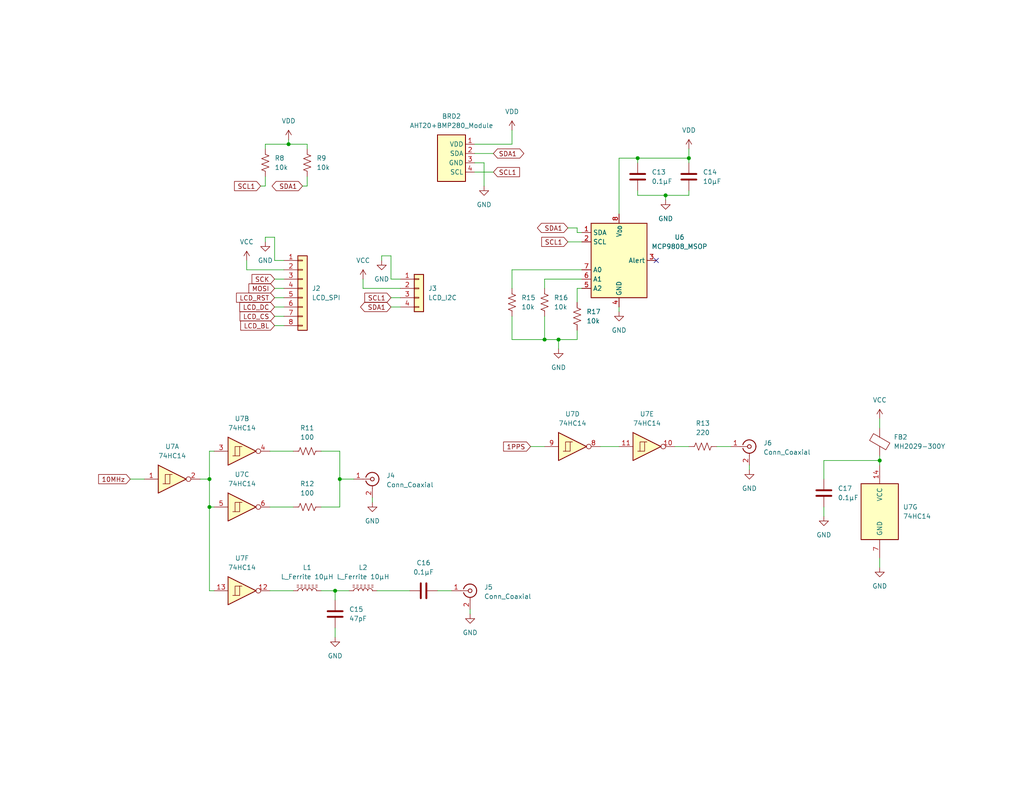
<source format=kicad_sch>
(kicad_sch (version 20230121) (generator eeschema)

  (uuid ce873fe2-8165-4f73-8bee-5a985e967af7)

  (paper "USLetter")

  (title_block
    (title "STM32-GPSDO Extras")
  )

  (lib_symbols
    (symbol "74xx:74HC14" (pin_names (offset 1.016)) (in_bom yes) (on_board yes)
      (property "Reference" "U" (at 0 1.27 0)
        (effects (font (size 1.27 1.27)))
      )
      (property "Value" "74HC14" (at 0 -1.27 0)
        (effects (font (size 1.27 1.27)))
      )
      (property "Footprint" "" (at 0 0 0)
        (effects (font (size 1.27 1.27)) hide)
      )
      (property "Datasheet" "http://www.ti.com/lit/gpn/sn74HC14" (at 0 0 0)
        (effects (font (size 1.27 1.27)) hide)
      )
      (property "ki_locked" "" (at 0 0 0)
        (effects (font (size 1.27 1.27)))
      )
      (property "ki_keywords" "HCMOS not inverter" (at 0 0 0)
        (effects (font (size 1.27 1.27)) hide)
      )
      (property "ki_description" "Hex inverter schmitt trigger" (at 0 0 0)
        (effects (font (size 1.27 1.27)) hide)
      )
      (property "ki_fp_filters" "DIP*W7.62mm*" (at 0 0 0)
        (effects (font (size 1.27 1.27)) hide)
      )
      (symbol "74HC14_1_0"
        (polyline
          (pts
            (xy -3.81 3.81)
            (xy -3.81 -3.81)
            (xy 3.81 0)
            (xy -3.81 3.81)
          )
          (stroke (width 0.254) (type default))
          (fill (type background))
        )
        (pin input line (at -7.62 0 0) (length 3.81)
          (name "~" (effects (font (size 1.27 1.27))))
          (number "1" (effects (font (size 1.27 1.27))))
        )
        (pin output inverted (at 7.62 0 180) (length 3.81)
          (name "~" (effects (font (size 1.27 1.27))))
          (number "2" (effects (font (size 1.27 1.27))))
        )
      )
      (symbol "74HC14_1_1"
        (polyline
          (pts
            (xy -1.905 -1.27)
            (xy -1.905 1.27)
            (xy -0.635 1.27)
          )
          (stroke (width 0) (type default))
          (fill (type none))
        )
        (polyline
          (pts
            (xy -2.54 -1.27)
            (xy -0.635 -1.27)
            (xy -0.635 1.27)
            (xy 0 1.27)
          )
          (stroke (width 0) (type default))
          (fill (type none))
        )
      )
      (symbol "74HC14_2_0"
        (polyline
          (pts
            (xy -3.81 3.81)
            (xy -3.81 -3.81)
            (xy 3.81 0)
            (xy -3.81 3.81)
          )
          (stroke (width 0.254) (type default))
          (fill (type background))
        )
        (pin input line (at -7.62 0 0) (length 3.81)
          (name "~" (effects (font (size 1.27 1.27))))
          (number "3" (effects (font (size 1.27 1.27))))
        )
        (pin output inverted (at 7.62 0 180) (length 3.81)
          (name "~" (effects (font (size 1.27 1.27))))
          (number "4" (effects (font (size 1.27 1.27))))
        )
      )
      (symbol "74HC14_2_1"
        (polyline
          (pts
            (xy -1.905 -1.27)
            (xy -1.905 1.27)
            (xy -0.635 1.27)
          )
          (stroke (width 0) (type default))
          (fill (type none))
        )
        (polyline
          (pts
            (xy -2.54 -1.27)
            (xy -0.635 -1.27)
            (xy -0.635 1.27)
            (xy 0 1.27)
          )
          (stroke (width 0) (type default))
          (fill (type none))
        )
      )
      (symbol "74HC14_3_0"
        (polyline
          (pts
            (xy -3.81 3.81)
            (xy -3.81 -3.81)
            (xy 3.81 0)
            (xy -3.81 3.81)
          )
          (stroke (width 0.254) (type default))
          (fill (type background))
        )
        (pin input line (at -7.62 0 0) (length 3.81)
          (name "~" (effects (font (size 1.27 1.27))))
          (number "5" (effects (font (size 1.27 1.27))))
        )
        (pin output inverted (at 7.62 0 180) (length 3.81)
          (name "~" (effects (font (size 1.27 1.27))))
          (number "6" (effects (font (size 1.27 1.27))))
        )
      )
      (symbol "74HC14_3_1"
        (polyline
          (pts
            (xy -1.905 -1.27)
            (xy -1.905 1.27)
            (xy -0.635 1.27)
          )
          (stroke (width 0) (type default))
          (fill (type none))
        )
        (polyline
          (pts
            (xy -2.54 -1.27)
            (xy -0.635 -1.27)
            (xy -0.635 1.27)
            (xy 0 1.27)
          )
          (stroke (width 0) (type default))
          (fill (type none))
        )
      )
      (symbol "74HC14_4_0"
        (polyline
          (pts
            (xy -3.81 3.81)
            (xy -3.81 -3.81)
            (xy 3.81 0)
            (xy -3.81 3.81)
          )
          (stroke (width 0.254) (type default))
          (fill (type background))
        )
        (pin output inverted (at 7.62 0 180) (length 3.81)
          (name "~" (effects (font (size 1.27 1.27))))
          (number "8" (effects (font (size 1.27 1.27))))
        )
        (pin input line (at -7.62 0 0) (length 3.81)
          (name "~" (effects (font (size 1.27 1.27))))
          (number "9" (effects (font (size 1.27 1.27))))
        )
      )
      (symbol "74HC14_4_1"
        (polyline
          (pts
            (xy -1.905 -1.27)
            (xy -1.905 1.27)
            (xy -0.635 1.27)
          )
          (stroke (width 0) (type default))
          (fill (type none))
        )
        (polyline
          (pts
            (xy -2.54 -1.27)
            (xy -0.635 -1.27)
            (xy -0.635 1.27)
            (xy 0 1.27)
          )
          (stroke (width 0) (type default))
          (fill (type none))
        )
      )
      (symbol "74HC14_5_0"
        (polyline
          (pts
            (xy -3.81 3.81)
            (xy -3.81 -3.81)
            (xy 3.81 0)
            (xy -3.81 3.81)
          )
          (stroke (width 0.254) (type default))
          (fill (type background))
        )
        (pin output inverted (at 7.62 0 180) (length 3.81)
          (name "~" (effects (font (size 1.27 1.27))))
          (number "10" (effects (font (size 1.27 1.27))))
        )
        (pin input line (at -7.62 0 0) (length 3.81)
          (name "~" (effects (font (size 1.27 1.27))))
          (number "11" (effects (font (size 1.27 1.27))))
        )
      )
      (symbol "74HC14_5_1"
        (polyline
          (pts
            (xy -1.905 -1.27)
            (xy -1.905 1.27)
            (xy -0.635 1.27)
          )
          (stroke (width 0) (type default))
          (fill (type none))
        )
        (polyline
          (pts
            (xy -2.54 -1.27)
            (xy -0.635 -1.27)
            (xy -0.635 1.27)
            (xy 0 1.27)
          )
          (stroke (width 0) (type default))
          (fill (type none))
        )
      )
      (symbol "74HC14_6_0"
        (polyline
          (pts
            (xy -3.81 3.81)
            (xy -3.81 -3.81)
            (xy 3.81 0)
            (xy -3.81 3.81)
          )
          (stroke (width 0.254) (type default))
          (fill (type background))
        )
        (pin output inverted (at 7.62 0 180) (length 3.81)
          (name "~" (effects (font (size 1.27 1.27))))
          (number "12" (effects (font (size 1.27 1.27))))
        )
        (pin input line (at -7.62 0 0) (length 3.81)
          (name "~" (effects (font (size 1.27 1.27))))
          (number "13" (effects (font (size 1.27 1.27))))
        )
      )
      (symbol "74HC14_6_1"
        (polyline
          (pts
            (xy -1.905 -1.27)
            (xy -1.905 1.27)
            (xy -0.635 1.27)
          )
          (stroke (width 0) (type default))
          (fill (type none))
        )
        (polyline
          (pts
            (xy -2.54 -1.27)
            (xy -0.635 -1.27)
            (xy -0.635 1.27)
            (xy 0 1.27)
          )
          (stroke (width 0) (type default))
          (fill (type none))
        )
      )
      (symbol "74HC14_7_0"
        (pin power_in line (at 0 12.7 270) (length 5.08)
          (name "VCC" (effects (font (size 1.27 1.27))))
          (number "14" (effects (font (size 1.27 1.27))))
        )
        (pin power_in line (at 0 -12.7 90) (length 5.08)
          (name "GND" (effects (font (size 1.27 1.27))))
          (number "7" (effects (font (size 1.27 1.27))))
        )
      )
      (symbol "74HC14_7_1"
        (rectangle (start -5.08 7.62) (end 5.08 -7.62)
          (stroke (width 0.254) (type default))
          (fill (type background))
        )
      )
    )
    (symbol "Connector:Conn_Coaxial" (pin_names (offset 1.016) hide) (in_bom yes) (on_board yes)
      (property "Reference" "J" (at 0.254 3.048 0)
        (effects (font (size 1.27 1.27)))
      )
      (property "Value" "Conn_Coaxial" (at 2.921 0 90)
        (effects (font (size 1.27 1.27)))
      )
      (property "Footprint" "" (at 0 0 0)
        (effects (font (size 1.27 1.27)) hide)
      )
      (property "Datasheet" " ~" (at 0 0 0)
        (effects (font (size 1.27 1.27)) hide)
      )
      (property "ki_keywords" "BNC SMA SMB SMC LEMO coaxial connector CINCH RCA" (at 0 0 0)
        (effects (font (size 1.27 1.27)) hide)
      )
      (property "ki_description" "coaxial connector (BNC, SMA, SMB, SMC, Cinch/RCA, LEMO, ...)" (at 0 0 0)
        (effects (font (size 1.27 1.27)) hide)
      )
      (property "ki_fp_filters" "*BNC* *SMA* *SMB* *SMC* *Cinch* *LEMO*" (at 0 0 0)
        (effects (font (size 1.27 1.27)) hide)
      )
      (symbol "Conn_Coaxial_0_1"
        (arc (start -1.778 -0.508) (mid 0.2311 -1.8066) (end 1.778 0)
          (stroke (width 0.254) (type default))
          (fill (type none))
        )
        (polyline
          (pts
            (xy -2.54 0)
            (xy -0.508 0)
          )
          (stroke (width 0) (type default))
          (fill (type none))
        )
        (polyline
          (pts
            (xy 0 -2.54)
            (xy 0 -1.778)
          )
          (stroke (width 0) (type default))
          (fill (type none))
        )
        (circle (center 0 0) (radius 0.508)
          (stroke (width 0.2032) (type default))
          (fill (type none))
        )
        (arc (start 1.778 0) (mid 0.2099 1.8101) (end -1.778 0.508)
          (stroke (width 0.254) (type default))
          (fill (type none))
        )
      )
      (symbol "Conn_Coaxial_1_1"
        (pin passive line (at -5.08 0 0) (length 2.54)
          (name "In" (effects (font (size 1.27 1.27))))
          (number "1" (effects (font (size 1.27 1.27))))
        )
        (pin passive line (at 0 -5.08 90) (length 2.54)
          (name "Ext" (effects (font (size 1.27 1.27))))
          (number "2" (effects (font (size 1.27 1.27))))
        )
      )
    )
    (symbol "Connector_Generic:Conn_01x04" (pin_names (offset 1.016) hide) (in_bom yes) (on_board yes)
      (property "Reference" "J" (at 0 5.08 0)
        (effects (font (size 1.27 1.27)))
      )
      (property "Value" "Conn_01x04" (at 0 -7.62 0)
        (effects (font (size 1.27 1.27)))
      )
      (property "Footprint" "" (at 0 0 0)
        (effects (font (size 1.27 1.27)) hide)
      )
      (property "Datasheet" "~" (at 0 0 0)
        (effects (font (size 1.27 1.27)) hide)
      )
      (property "ki_keywords" "connector" (at 0 0 0)
        (effects (font (size 1.27 1.27)) hide)
      )
      (property "ki_description" "Generic connector, single row, 01x04, script generated (kicad-library-utils/schlib/autogen/connector/)" (at 0 0 0)
        (effects (font (size 1.27 1.27)) hide)
      )
      (property "ki_fp_filters" "Connector*:*_1x??_*" (at 0 0 0)
        (effects (font (size 1.27 1.27)) hide)
      )
      (symbol "Conn_01x04_1_1"
        (rectangle (start -1.27 -4.953) (end 0 -5.207)
          (stroke (width 0.1524) (type default))
          (fill (type none))
        )
        (rectangle (start -1.27 -2.413) (end 0 -2.667)
          (stroke (width 0.1524) (type default))
          (fill (type none))
        )
        (rectangle (start -1.27 0.127) (end 0 -0.127)
          (stroke (width 0.1524) (type default))
          (fill (type none))
        )
        (rectangle (start -1.27 2.667) (end 0 2.413)
          (stroke (width 0.1524) (type default))
          (fill (type none))
        )
        (rectangle (start -1.27 3.81) (end 1.27 -6.35)
          (stroke (width 0.254) (type default))
          (fill (type background))
        )
        (pin passive line (at -5.08 2.54 0) (length 3.81)
          (name "Pin_1" (effects (font (size 1.27 1.27))))
          (number "1" (effects (font (size 1.27 1.27))))
        )
        (pin passive line (at -5.08 0 0) (length 3.81)
          (name "Pin_2" (effects (font (size 1.27 1.27))))
          (number "2" (effects (font (size 1.27 1.27))))
        )
        (pin passive line (at -5.08 -2.54 0) (length 3.81)
          (name "Pin_3" (effects (font (size 1.27 1.27))))
          (number "3" (effects (font (size 1.27 1.27))))
        )
        (pin passive line (at -5.08 -5.08 0) (length 3.81)
          (name "Pin_4" (effects (font (size 1.27 1.27))))
          (number "4" (effects (font (size 1.27 1.27))))
        )
      )
    )
    (symbol "Connector_Generic:Conn_01x08" (pin_names (offset 1.016) hide) (in_bom yes) (on_board yes)
      (property "Reference" "J" (at 0 10.16 0)
        (effects (font (size 1.27 1.27)))
      )
      (property "Value" "Conn_01x08" (at 0 -12.7 0)
        (effects (font (size 1.27 1.27)))
      )
      (property "Footprint" "" (at 0 0 0)
        (effects (font (size 1.27 1.27)) hide)
      )
      (property "Datasheet" "~" (at 0 0 0)
        (effects (font (size 1.27 1.27)) hide)
      )
      (property "ki_keywords" "connector" (at 0 0 0)
        (effects (font (size 1.27 1.27)) hide)
      )
      (property "ki_description" "Generic connector, single row, 01x08, script generated (kicad-library-utils/schlib/autogen/connector/)" (at 0 0 0)
        (effects (font (size 1.27 1.27)) hide)
      )
      (property "ki_fp_filters" "Connector*:*_1x??_*" (at 0 0 0)
        (effects (font (size 1.27 1.27)) hide)
      )
      (symbol "Conn_01x08_1_1"
        (rectangle (start -1.27 -10.033) (end 0 -10.287)
          (stroke (width 0.1524) (type default))
          (fill (type none))
        )
        (rectangle (start -1.27 -7.493) (end 0 -7.747)
          (stroke (width 0.1524) (type default))
          (fill (type none))
        )
        (rectangle (start -1.27 -4.953) (end 0 -5.207)
          (stroke (width 0.1524) (type default))
          (fill (type none))
        )
        (rectangle (start -1.27 -2.413) (end 0 -2.667)
          (stroke (width 0.1524) (type default))
          (fill (type none))
        )
        (rectangle (start -1.27 0.127) (end 0 -0.127)
          (stroke (width 0.1524) (type default))
          (fill (type none))
        )
        (rectangle (start -1.27 2.667) (end 0 2.413)
          (stroke (width 0.1524) (type default))
          (fill (type none))
        )
        (rectangle (start -1.27 5.207) (end 0 4.953)
          (stroke (width 0.1524) (type default))
          (fill (type none))
        )
        (rectangle (start -1.27 7.747) (end 0 7.493)
          (stroke (width 0.1524) (type default))
          (fill (type none))
        )
        (rectangle (start -1.27 8.89) (end 1.27 -11.43)
          (stroke (width 0.254) (type default))
          (fill (type background))
        )
        (pin passive line (at -5.08 7.62 0) (length 3.81)
          (name "Pin_1" (effects (font (size 1.27 1.27))))
          (number "1" (effects (font (size 1.27 1.27))))
        )
        (pin passive line (at -5.08 5.08 0) (length 3.81)
          (name "Pin_2" (effects (font (size 1.27 1.27))))
          (number "2" (effects (font (size 1.27 1.27))))
        )
        (pin passive line (at -5.08 2.54 0) (length 3.81)
          (name "Pin_3" (effects (font (size 1.27 1.27))))
          (number "3" (effects (font (size 1.27 1.27))))
        )
        (pin passive line (at -5.08 0 0) (length 3.81)
          (name "Pin_4" (effects (font (size 1.27 1.27))))
          (number "4" (effects (font (size 1.27 1.27))))
        )
        (pin passive line (at -5.08 -2.54 0) (length 3.81)
          (name "Pin_5" (effects (font (size 1.27 1.27))))
          (number "5" (effects (font (size 1.27 1.27))))
        )
        (pin passive line (at -5.08 -5.08 0) (length 3.81)
          (name "Pin_6" (effects (font (size 1.27 1.27))))
          (number "6" (effects (font (size 1.27 1.27))))
        )
        (pin passive line (at -5.08 -7.62 0) (length 3.81)
          (name "Pin_7" (effects (font (size 1.27 1.27))))
          (number "7" (effects (font (size 1.27 1.27))))
        )
        (pin passive line (at -5.08 -10.16 0) (length 3.81)
          (name "Pin_8" (effects (font (size 1.27 1.27))))
          (number "8" (effects (font (size 1.27 1.27))))
        )
      )
    )
    (symbol "Device:C" (pin_numbers hide) (pin_names (offset 0.254)) (in_bom yes) (on_board yes)
      (property "Reference" "C" (at 0.635 2.54 0)
        (effects (font (size 1.27 1.27)) (justify left))
      )
      (property "Value" "C" (at 0.635 -2.54 0)
        (effects (font (size 1.27 1.27)) (justify left))
      )
      (property "Footprint" "" (at 0.9652 -3.81 0)
        (effects (font (size 1.27 1.27)) hide)
      )
      (property "Datasheet" "~" (at 0 0 0)
        (effects (font (size 1.27 1.27)) hide)
      )
      (property "ki_keywords" "cap capacitor" (at 0 0 0)
        (effects (font (size 1.27 1.27)) hide)
      )
      (property "ki_description" "Unpolarized capacitor" (at 0 0 0)
        (effects (font (size 1.27 1.27)) hide)
      )
      (property "ki_fp_filters" "C_*" (at 0 0 0)
        (effects (font (size 1.27 1.27)) hide)
      )
      (symbol "C_0_1"
        (polyline
          (pts
            (xy -2.032 -0.762)
            (xy 2.032 -0.762)
          )
          (stroke (width 0.508) (type default))
          (fill (type none))
        )
        (polyline
          (pts
            (xy -2.032 0.762)
            (xy 2.032 0.762)
          )
          (stroke (width 0.508) (type default))
          (fill (type none))
        )
      )
      (symbol "C_1_1"
        (pin passive line (at 0 3.81 270) (length 2.794)
          (name "~" (effects (font (size 1.27 1.27))))
          (number "1" (effects (font (size 1.27 1.27))))
        )
        (pin passive line (at 0 -3.81 90) (length 2.794)
          (name "~" (effects (font (size 1.27 1.27))))
          (number "2" (effects (font (size 1.27 1.27))))
        )
      )
    )
    (symbol "Device:FerriteBead" (pin_numbers hide) (pin_names (offset 0)) (in_bom yes) (on_board yes)
      (property "Reference" "FB" (at -3.81 0.635 90)
        (effects (font (size 1.27 1.27)))
      )
      (property "Value" "FerriteBead" (at 3.81 0 90)
        (effects (font (size 1.27 1.27)))
      )
      (property "Footprint" "" (at -1.778 0 90)
        (effects (font (size 1.27 1.27)) hide)
      )
      (property "Datasheet" "~" (at 0 0 0)
        (effects (font (size 1.27 1.27)) hide)
      )
      (property "ki_keywords" "L ferrite bead inductor filter" (at 0 0 0)
        (effects (font (size 1.27 1.27)) hide)
      )
      (property "ki_description" "Ferrite bead" (at 0 0 0)
        (effects (font (size 1.27 1.27)) hide)
      )
      (property "ki_fp_filters" "Inductor_* L_* *Ferrite*" (at 0 0 0)
        (effects (font (size 1.27 1.27)) hide)
      )
      (symbol "FerriteBead_0_1"
        (polyline
          (pts
            (xy 0 -1.27)
            (xy 0 -1.2192)
          )
          (stroke (width 0) (type default))
          (fill (type none))
        )
        (polyline
          (pts
            (xy 0 1.27)
            (xy 0 1.2954)
          )
          (stroke (width 0) (type default))
          (fill (type none))
        )
        (polyline
          (pts
            (xy -2.7686 0.4064)
            (xy -1.7018 2.2606)
            (xy 2.7686 -0.3048)
            (xy 1.6764 -2.159)
            (xy -2.7686 0.4064)
          )
          (stroke (width 0) (type default))
          (fill (type none))
        )
      )
      (symbol "FerriteBead_1_1"
        (pin passive line (at 0 3.81 270) (length 2.54)
          (name "~" (effects (font (size 1.27 1.27))))
          (number "1" (effects (font (size 1.27 1.27))))
        )
        (pin passive line (at 0 -3.81 90) (length 2.54)
          (name "~" (effects (font (size 1.27 1.27))))
          (number "2" (effects (font (size 1.27 1.27))))
        )
      )
    )
    (symbol "Device:L_Ferrite" (pin_numbers hide) (pin_names (offset 1.016) hide) (in_bom yes) (on_board yes)
      (property "Reference" "L" (at -1.27 0 90)
        (effects (font (size 1.27 1.27)))
      )
      (property "Value" "L_Ferrite" (at 2.794 0 90)
        (effects (font (size 1.27 1.27)))
      )
      (property "Footprint" "" (at 0 0 0)
        (effects (font (size 1.27 1.27)) hide)
      )
      (property "Datasheet" "~" (at 0 0 0)
        (effects (font (size 1.27 1.27)) hide)
      )
      (property "ki_keywords" "inductor choke coil reactor magnetic" (at 0 0 0)
        (effects (font (size 1.27 1.27)) hide)
      )
      (property "ki_description" "Inductor with ferrite core" (at 0 0 0)
        (effects (font (size 1.27 1.27)) hide)
      )
      (property "ki_fp_filters" "Choke_* *Coil* Inductor_* L_*" (at 0 0 0)
        (effects (font (size 1.27 1.27)) hide)
      )
      (symbol "L_Ferrite_0_1"
        (arc (start 0 -2.54) (mid 0.6323 -1.905) (end 0 -1.27)
          (stroke (width 0) (type default))
          (fill (type none))
        )
        (arc (start 0 -1.27) (mid 0.6323 -0.635) (end 0 0)
          (stroke (width 0) (type default))
          (fill (type none))
        )
        (polyline
          (pts
            (xy 1.016 -2.794)
            (xy 1.016 -2.286)
          )
          (stroke (width 0) (type default))
          (fill (type none))
        )
        (polyline
          (pts
            (xy 1.016 -1.778)
            (xy 1.016 -1.27)
          )
          (stroke (width 0) (type default))
          (fill (type none))
        )
        (polyline
          (pts
            (xy 1.016 -0.762)
            (xy 1.016 -0.254)
          )
          (stroke (width 0) (type default))
          (fill (type none))
        )
        (polyline
          (pts
            (xy 1.016 0.254)
            (xy 1.016 0.762)
          )
          (stroke (width 0) (type default))
          (fill (type none))
        )
        (polyline
          (pts
            (xy 1.016 1.27)
            (xy 1.016 1.778)
          )
          (stroke (width 0) (type default))
          (fill (type none))
        )
        (polyline
          (pts
            (xy 1.016 2.286)
            (xy 1.016 2.794)
          )
          (stroke (width 0) (type default))
          (fill (type none))
        )
        (polyline
          (pts
            (xy 1.524 -2.286)
            (xy 1.524 -2.794)
          )
          (stroke (width 0) (type default))
          (fill (type none))
        )
        (polyline
          (pts
            (xy 1.524 -1.27)
            (xy 1.524 -1.778)
          )
          (stroke (width 0) (type default))
          (fill (type none))
        )
        (polyline
          (pts
            (xy 1.524 -0.254)
            (xy 1.524 -0.762)
          )
          (stroke (width 0) (type default))
          (fill (type none))
        )
        (polyline
          (pts
            (xy 1.524 0.762)
            (xy 1.524 0.254)
          )
          (stroke (width 0) (type default))
          (fill (type none))
        )
        (polyline
          (pts
            (xy 1.524 1.778)
            (xy 1.524 1.27)
          )
          (stroke (width 0) (type default))
          (fill (type none))
        )
        (polyline
          (pts
            (xy 1.524 2.794)
            (xy 1.524 2.286)
          )
          (stroke (width 0) (type default))
          (fill (type none))
        )
        (arc (start 0 0) (mid 0.6323 0.635) (end 0 1.27)
          (stroke (width 0) (type default))
          (fill (type none))
        )
        (arc (start 0 1.27) (mid 0.6323 1.905) (end 0 2.54)
          (stroke (width 0) (type default))
          (fill (type none))
        )
      )
      (symbol "L_Ferrite_1_1"
        (pin passive line (at 0 3.81 270) (length 1.27)
          (name "1" (effects (font (size 1.27 1.27))))
          (number "1" (effects (font (size 1.27 1.27))))
        )
        (pin passive line (at 0 -3.81 90) (length 1.27)
          (name "2" (effects (font (size 1.27 1.27))))
          (number "2" (effects (font (size 1.27 1.27))))
        )
      )
    )
    (symbol "Device:R_US" (pin_numbers hide) (pin_names (offset 0)) (in_bom yes) (on_board yes)
      (property "Reference" "R" (at 2.54 0 90)
        (effects (font (size 1.27 1.27)))
      )
      (property "Value" "R_US" (at -2.54 0 90)
        (effects (font (size 1.27 1.27)))
      )
      (property "Footprint" "" (at 1.016 -0.254 90)
        (effects (font (size 1.27 1.27)) hide)
      )
      (property "Datasheet" "~" (at 0 0 0)
        (effects (font (size 1.27 1.27)) hide)
      )
      (property "ki_keywords" "R res resistor" (at 0 0 0)
        (effects (font (size 1.27 1.27)) hide)
      )
      (property "ki_description" "Resistor, US symbol" (at 0 0 0)
        (effects (font (size 1.27 1.27)) hide)
      )
      (property "ki_fp_filters" "R_*" (at 0 0 0)
        (effects (font (size 1.27 1.27)) hide)
      )
      (symbol "R_US_0_1"
        (polyline
          (pts
            (xy 0 -2.286)
            (xy 0 -2.54)
          )
          (stroke (width 0) (type default))
          (fill (type none))
        )
        (polyline
          (pts
            (xy 0 2.286)
            (xy 0 2.54)
          )
          (stroke (width 0) (type default))
          (fill (type none))
        )
        (polyline
          (pts
            (xy 0 -0.762)
            (xy 1.016 -1.143)
            (xy 0 -1.524)
            (xy -1.016 -1.905)
            (xy 0 -2.286)
          )
          (stroke (width 0) (type default))
          (fill (type none))
        )
        (polyline
          (pts
            (xy 0 0.762)
            (xy 1.016 0.381)
            (xy 0 0)
            (xy -1.016 -0.381)
            (xy 0 -0.762)
          )
          (stroke (width 0) (type default))
          (fill (type none))
        )
        (polyline
          (pts
            (xy 0 2.286)
            (xy 1.016 1.905)
            (xy 0 1.524)
            (xy -1.016 1.143)
            (xy 0 0.762)
          )
          (stroke (width 0) (type default))
          (fill (type none))
        )
      )
      (symbol "R_US_1_1"
        (pin passive line (at 0 3.81 270) (length 1.27)
          (name "~" (effects (font (size 1.27 1.27))))
          (number "1" (effects (font (size 1.27 1.27))))
        )
        (pin passive line (at 0 -3.81 90) (length 1.27)
          (name "~" (effects (font (size 1.27 1.27))))
          (number "2" (effects (font (size 1.27 1.27))))
        )
      )
    )
    (symbol "PCB_modules:AHT20_BMP280_PCB" (in_bom yes) (on_board yes)
      (property "Reference" "BRD" (at 0 10.16 0)
        (effects (font (size 1.27 1.27)))
      )
      (property "Value" "AHT20+BMP280_Module" (at 0 7.62 0)
        (effects (font (size 1.27 1.27)))
      )
      (property "Footprint" "PCB_modules:PCB_modules_AHT20_BMP280_PCB" (at 0 0 0)
        (effects (font (size 1.27 1.27)) hide)
      )
      (property "Datasheet" "" (at 0 0 0)
        (effects (font (size 1.27 1.27)) hide)
      )
      (property "ki_keywords" "aht20 bmp280 temperature humidity pressure" (at 0 0 0)
        (effects (font (size 1.27 1.27)) hide)
      )
      (property "ki_description" "AHT20 Temperature/Humidity + BMP280 Temperature/Pressure sensor PCB" (at 0 0 0)
        (effects (font (size 1.27 1.27)) hide)
      )
      (symbol "AHT20_BMP280_PCB_1_1"
        (rectangle (start -3.81 6.35) (end 3.81 -6.35)
          (stroke (width 0.254) (type default))
          (fill (type background))
        )
        (pin power_in line (at 6.35 3.81 180) (length 2.54)
          (name "VDD" (effects (font (size 1.27 1.27))))
          (number "1" (effects (font (size 1.27 1.27))))
        )
        (pin bidirectional line (at 6.35 1.27 180) (length 2.54)
          (name "SDA" (effects (font (size 1.27 1.27))))
          (number "2" (effects (font (size 1.27 1.27))))
        )
        (pin power_in line (at 6.35 -1.27 180) (length 2.54)
          (name "GND" (effects (font (size 1.27 1.27))))
          (number "3" (effects (font (size 1.27 1.27))))
        )
        (pin bidirectional line (at 6.35 -3.81 180) (length 2.54)
          (name "SCL" (effects (font (size 1.27 1.27))))
          (number "4" (effects (font (size 1.27 1.27))))
        )
      )
    )
    (symbol "Sensor_Temperature:MCP9808_MSOP" (in_bom yes) (on_board yes)
      (property "Reference" "U" (at -6.35 11.43 0)
        (effects (font (size 1.27 1.27)))
      )
      (property "Value" "MCP9808_MSOP" (at 10.16 11.43 0)
        (effects (font (size 1.27 1.27)))
      )
      (property "Footprint" "Package_SO:MSOP-8_3x3mm_P0.65mm" (at 0 0 0)
        (effects (font (size 1.27 1.27)) hide)
      )
      (property "Datasheet" "http://ww1.microchip.com/downloads/en/DeviceDoc/22203b.pdf" (at -6.35 11.43 0)
        (effects (font (size 1.27 1.27)) hide)
      )
      (property "ki_keywords" "temperature sensor I2C" (at 0 0 0)
        (effects (font (size 1.27 1.27)) hide)
      )
      (property "ki_description" "+/-0.25C (+/-0.5C) Typical (Maximum), Digital Temperature Sensor, MSOP-8" (at 0 0 0)
        (effects (font (size 1.27 1.27)) hide)
      )
      (property "ki_fp_filters" "MSOP*3x3mm*P0.65mm*" (at 0 0 0)
        (effects (font (size 1.27 1.27)) hide)
      )
      (symbol "MCP9808_MSOP_0_1"
        (rectangle (start -7.62 10.16) (end 7.62 -10.16)
          (stroke (width 0.254) (type default))
          (fill (type background))
        )
      )
      (symbol "MCP9808_MSOP_1_1"
        (pin bidirectional line (at -10.16 7.62 0) (length 2.54)
          (name "SDA" (effects (font (size 1.27 1.27))))
          (number "1" (effects (font (size 1.27 1.27))))
        )
        (pin input line (at -10.16 5.08 0) (length 2.54)
          (name "SCL" (effects (font (size 1.27 1.27))))
          (number "2" (effects (font (size 1.27 1.27))))
        )
        (pin output line (at 10.16 0 180) (length 2.54)
          (name "Alert" (effects (font (size 1.27 1.27))))
          (number "3" (effects (font (size 1.27 1.27))))
        )
        (pin power_in line (at 0 -12.7 90) (length 2.54)
          (name "GND" (effects (font (size 1.27 1.27))))
          (number "4" (effects (font (size 1.27 1.27))))
        )
        (pin input line (at -10.16 -7.62 0) (length 2.54)
          (name "A2" (effects (font (size 1.27 1.27))))
          (number "5" (effects (font (size 1.27 1.27))))
        )
        (pin input line (at -10.16 -5.08 0) (length 2.54)
          (name "A1" (effects (font (size 1.27 1.27))))
          (number "6" (effects (font (size 1.27 1.27))))
        )
        (pin input line (at -10.16 -2.54 0) (length 2.54)
          (name "A0" (effects (font (size 1.27 1.27))))
          (number "7" (effects (font (size 1.27 1.27))))
        )
        (pin power_in line (at 0 12.7 270) (length 2.54)
          (name "V_{DD}" (effects (font (size 1.27 1.27))))
          (number "8" (effects (font (size 1.27 1.27))))
        )
      )
    )
    (symbol "power:GND" (power) (pin_names (offset 0)) (in_bom yes) (on_board yes)
      (property "Reference" "#PWR" (at 0 -6.35 0)
        (effects (font (size 1.27 1.27)) hide)
      )
      (property "Value" "GND" (at 0 -3.81 0)
        (effects (font (size 1.27 1.27)))
      )
      (property "Footprint" "" (at 0 0 0)
        (effects (font (size 1.27 1.27)) hide)
      )
      (property "Datasheet" "" (at 0 0 0)
        (effects (font (size 1.27 1.27)) hide)
      )
      (property "ki_keywords" "global power" (at 0 0 0)
        (effects (font (size 1.27 1.27)) hide)
      )
      (property "ki_description" "Power symbol creates a global label with name \"GND\" , ground" (at 0 0 0)
        (effects (font (size 1.27 1.27)) hide)
      )
      (symbol "GND_0_1"
        (polyline
          (pts
            (xy 0 0)
            (xy 0 -1.27)
            (xy 1.27 -1.27)
            (xy 0 -2.54)
            (xy -1.27 -1.27)
            (xy 0 -1.27)
          )
          (stroke (width 0) (type default))
          (fill (type none))
        )
      )
      (symbol "GND_1_1"
        (pin power_in line (at 0 0 270) (length 0) hide
          (name "GND" (effects (font (size 1.27 1.27))))
          (number "1" (effects (font (size 1.27 1.27))))
        )
      )
    )
    (symbol "power:VCC" (power) (pin_names (offset 0)) (in_bom yes) (on_board yes)
      (property "Reference" "#PWR" (at 0 -3.81 0)
        (effects (font (size 1.27 1.27)) hide)
      )
      (property "Value" "VCC" (at 0 3.81 0)
        (effects (font (size 1.27 1.27)))
      )
      (property "Footprint" "" (at 0 0 0)
        (effects (font (size 1.27 1.27)) hide)
      )
      (property "Datasheet" "" (at 0 0 0)
        (effects (font (size 1.27 1.27)) hide)
      )
      (property "ki_keywords" "global power" (at 0 0 0)
        (effects (font (size 1.27 1.27)) hide)
      )
      (property "ki_description" "Power symbol creates a global label with name \"VCC\"" (at 0 0 0)
        (effects (font (size 1.27 1.27)) hide)
      )
      (symbol "VCC_0_1"
        (polyline
          (pts
            (xy -0.762 1.27)
            (xy 0 2.54)
          )
          (stroke (width 0) (type default))
          (fill (type none))
        )
        (polyline
          (pts
            (xy 0 0)
            (xy 0 2.54)
          )
          (stroke (width 0) (type default))
          (fill (type none))
        )
        (polyline
          (pts
            (xy 0 2.54)
            (xy 0.762 1.27)
          )
          (stroke (width 0) (type default))
          (fill (type none))
        )
      )
      (symbol "VCC_1_1"
        (pin power_in line (at 0 0 90) (length 0) hide
          (name "VCC" (effects (font (size 1.27 1.27))))
          (number "1" (effects (font (size 1.27 1.27))))
        )
      )
    )
    (symbol "power:VDD" (power) (pin_names (offset 0)) (in_bom yes) (on_board yes)
      (property "Reference" "#PWR" (at 0 -3.81 0)
        (effects (font (size 1.27 1.27)) hide)
      )
      (property "Value" "VDD" (at 0 3.81 0)
        (effects (font (size 1.27 1.27)))
      )
      (property "Footprint" "" (at 0 0 0)
        (effects (font (size 1.27 1.27)) hide)
      )
      (property "Datasheet" "" (at 0 0 0)
        (effects (font (size 1.27 1.27)) hide)
      )
      (property "ki_keywords" "global power" (at 0 0 0)
        (effects (font (size 1.27 1.27)) hide)
      )
      (property "ki_description" "Power symbol creates a global label with name \"VDD\"" (at 0 0 0)
        (effects (font (size 1.27 1.27)) hide)
      )
      (symbol "VDD_0_1"
        (polyline
          (pts
            (xy -0.762 1.27)
            (xy 0 2.54)
          )
          (stroke (width 0) (type default))
          (fill (type none))
        )
        (polyline
          (pts
            (xy 0 0)
            (xy 0 2.54)
          )
          (stroke (width 0) (type default))
          (fill (type none))
        )
        (polyline
          (pts
            (xy 0 2.54)
            (xy 0.762 1.27)
          )
          (stroke (width 0) (type default))
          (fill (type none))
        )
      )
      (symbol "VDD_1_1"
        (pin power_in line (at 0 0 90) (length 0) hide
          (name "VDD" (effects (font (size 1.27 1.27))))
          (number "1" (effects (font (size 1.27 1.27))))
        )
      )
    )
  )

  (junction (at 187.96 43.18) (diameter 0) (color 0 0 0 0)
    (uuid 09c33674-40c2-49a4-9529-0e8c79a4a0d6)
  )
  (junction (at 57.15 138.43) (diameter 0) (color 0 0 0 0)
    (uuid 28f23124-97f0-4cfa-9f50-f6c035693b7e)
  )
  (junction (at 240.03 125.73) (diameter 0) (color 0 0 0 0)
    (uuid 323d6589-3987-4137-8f65-679751a9dcb8)
  )
  (junction (at 152.4 92.71) (diameter 0) (color 0 0 0 0)
    (uuid 51325c8b-9ced-449e-b678-f168d330ef3a)
  )
  (junction (at 57.15 130.81) (diameter 0) (color 0 0 0 0)
    (uuid 66c5ea3d-fae2-41b2-8c8c-dce9a000e1b2)
  )
  (junction (at 181.61 53.34) (diameter 0) (color 0 0 0 0)
    (uuid 8ca57831-b148-450c-b54a-83a9b556fd94)
  )
  (junction (at 92.71 130.81) (diameter 0) (color 0 0 0 0)
    (uuid 8fa8ae33-6a32-48c0-a034-bcfcd7a5e6d0)
  )
  (junction (at 173.99 43.18) (diameter 0) (color 0 0 0 0)
    (uuid daf76a20-bf71-4886-b23d-c694d89bd5e8)
  )
  (junction (at 91.44 161.29) (diameter 0) (color 0 0 0 0)
    (uuid e5e75372-7cc9-47db-87fb-720785b6f78b)
  )
  (junction (at 148.59 92.71) (diameter 0) (color 0 0 0 0)
    (uuid eb73f659-d081-4df7-9003-62ded43e7376)
  )
  (junction (at 78.74 39.37) (diameter 0) (color 0 0 0 0)
    (uuid f0ae3dcf-e8da-4c70-8860-614f8c1a81be)
  )

  (no_connect (at 179.07 71.12) (uuid b6bec1ff-ce25-4d75-9c0a-7130394c0d9d))

  (wire (pts (xy 74.93 64.77) (xy 72.39 64.77))
    (stroke (width 0) (type default))
    (uuid 08b15974-1f87-4122-b4df-d5f02809f281)
  )
  (wire (pts (xy 72.39 39.37) (xy 78.74 39.37))
    (stroke (width 0) (type default))
    (uuid 08c440f4-d1ab-471b-b4fc-63fc2b2c7298)
  )
  (wire (pts (xy 73.66 123.19) (xy 80.01 123.19))
    (stroke (width 0) (type default))
    (uuid 1187bbe9-ec1a-4698-a592-8a0c337789be)
  )
  (wire (pts (xy 129.54 44.45) (xy 132.08 44.45))
    (stroke (width 0) (type default))
    (uuid 15cf54a3-0a88-4047-a8b2-54d479870306)
  )
  (wire (pts (xy 87.63 161.29) (xy 91.44 161.29))
    (stroke (width 0) (type default))
    (uuid 164aaed5-5908-4460-89ee-278882119369)
  )
  (wire (pts (xy 106.68 83.82) (xy 109.22 83.82))
    (stroke (width 0) (type default))
    (uuid 18828269-9fab-48fa-9e87-72997ba3562c)
  )
  (wire (pts (xy 92.71 123.19) (xy 92.71 130.81))
    (stroke (width 0) (type default))
    (uuid 19bed01c-6398-4dd2-b6ac-60dc81cf4448)
  )
  (wire (pts (xy 224.79 130.81) (xy 224.79 125.73))
    (stroke (width 0) (type default))
    (uuid 1c57d74d-1f80-43ec-9f29-8be9c76b5893)
  )
  (wire (pts (xy 158.75 73.66) (xy 139.7 73.66))
    (stroke (width 0) (type default))
    (uuid 1e77bc7a-5b74-4ee0-a07c-320deb3f5881)
  )
  (wire (pts (xy 87.63 123.19) (xy 92.71 123.19))
    (stroke (width 0) (type default))
    (uuid 2454865e-b7c2-4673-95fa-4f3a6df3595d)
  )
  (wire (pts (xy 74.93 78.74) (xy 77.47 78.74))
    (stroke (width 0) (type default))
    (uuid 26bcdc0f-3e43-47c9-80eb-21b0ea37424c)
  )
  (wire (pts (xy 73.66 138.43) (xy 80.01 138.43))
    (stroke (width 0) (type default))
    (uuid 27e59a1a-3bdb-4a53-a2a2-63b9b8dc9db8)
  )
  (wire (pts (xy 173.99 44.45) (xy 173.99 43.18))
    (stroke (width 0) (type default))
    (uuid 3694fe3c-3462-45a8-ab52-d5111846c90e)
  )
  (wire (pts (xy 224.79 125.73) (xy 240.03 125.73))
    (stroke (width 0) (type default))
    (uuid 3bd52218-e10c-46bc-b726-ad8d7093c7f6)
  )
  (wire (pts (xy 139.7 73.66) (xy 139.7 78.74))
    (stroke (width 0) (type default))
    (uuid 40e0f8b7-7eee-4cee-bdb9-78d78a92269b)
  )
  (wire (pts (xy 82.55 50.8) (xy 83.82 50.8))
    (stroke (width 0) (type default))
    (uuid 492036fb-8904-4ea0-a5af-5ad993f87727)
  )
  (wire (pts (xy 106.68 76.2) (xy 106.68 69.85))
    (stroke (width 0) (type default))
    (uuid 4a11e5d7-cbf3-4280-986c-f5bcb9e7704b)
  )
  (wire (pts (xy 152.4 92.71) (xy 157.48 92.71))
    (stroke (width 0) (type default))
    (uuid 4bb1dc62-c5d1-4142-9042-fea796a7d301)
  )
  (wire (pts (xy 57.15 130.81) (xy 57.15 123.19))
    (stroke (width 0) (type default))
    (uuid 4d5d5467-76c8-469c-b613-e7cf8728bc38)
  )
  (wire (pts (xy 91.44 161.29) (xy 91.44 163.83))
    (stroke (width 0) (type default))
    (uuid 4f2a851d-a289-45c9-b066-0b4cc9a03534)
  )
  (wire (pts (xy 77.47 71.12) (xy 74.93 71.12))
    (stroke (width 0) (type default))
    (uuid 4f6b1223-dd9e-4572-9943-499700297456)
  )
  (wire (pts (xy 181.61 53.34) (xy 181.61 54.61))
    (stroke (width 0) (type default))
    (uuid 4fdc284c-1471-495f-a0c8-484213c60f1a)
  )
  (wire (pts (xy 57.15 130.81) (xy 57.15 138.43))
    (stroke (width 0) (type default))
    (uuid 51c8f305-280e-4ffd-8e55-aa82691a9e83)
  )
  (wire (pts (xy 74.93 71.12) (xy 74.93 64.77))
    (stroke (width 0) (type default))
    (uuid 5667d1ab-e255-44dd-bcf1-c450224aab8c)
  )
  (wire (pts (xy 67.31 73.66) (xy 77.47 73.66))
    (stroke (width 0) (type default))
    (uuid 587cf25b-c57a-4a73-acbb-d000318d3d54)
  )
  (wire (pts (xy 157.48 63.5) (xy 157.48 62.23))
    (stroke (width 0) (type default))
    (uuid 59fb1df1-751a-4f3f-83d6-817499b0d78b)
  )
  (wire (pts (xy 129.54 46.99) (xy 134.62 46.99))
    (stroke (width 0) (type default))
    (uuid 5bc287ef-8b30-4b26-8017-1a474760f184)
  )
  (wire (pts (xy 173.99 53.34) (xy 181.61 53.34))
    (stroke (width 0) (type default))
    (uuid 63ba1c12-05c4-486c-ac34-b30df7a3f848)
  )
  (wire (pts (xy 152.4 92.71) (xy 152.4 95.25))
    (stroke (width 0) (type default))
    (uuid 694a3f61-ea47-415f-9bd7-cb88b68e8224)
  )
  (wire (pts (xy 109.22 76.2) (xy 106.68 76.2))
    (stroke (width 0) (type default))
    (uuid 694ac226-a32d-492e-894d-d96d06f54c7f)
  )
  (wire (pts (xy 240.03 124.46) (xy 240.03 125.73))
    (stroke (width 0) (type default))
    (uuid 6b2e980b-8353-401d-bc8e-51462d3ec3cc)
  )
  (wire (pts (xy 91.44 161.29) (xy 95.25 161.29))
    (stroke (width 0) (type default))
    (uuid 72313250-1d36-4abc-b266-4b21cd25979e)
  )
  (wire (pts (xy 78.74 38.1) (xy 78.74 39.37))
    (stroke (width 0) (type default))
    (uuid 73ad7b85-aebd-4900-a4df-43443b68b065)
  )
  (wire (pts (xy 144.78 121.92) (xy 148.59 121.92))
    (stroke (width 0) (type default))
    (uuid 761c1e7d-5ea7-4fec-8363-491c44b9f02b)
  )
  (wire (pts (xy 71.12 50.8) (xy 72.39 50.8))
    (stroke (width 0) (type default))
    (uuid 761c9d89-6099-4ea8-87c5-b7c0144936d0)
  )
  (wire (pts (xy 158.75 78.74) (xy 157.48 78.74))
    (stroke (width 0) (type default))
    (uuid 76f3727f-90d2-431c-8fee-28817d359daf)
  )
  (wire (pts (xy 187.96 43.18) (xy 187.96 44.45))
    (stroke (width 0) (type default))
    (uuid 79f11aca-31b3-4727-956b-523a994b6ba9)
  )
  (wire (pts (xy 148.59 76.2) (xy 148.59 78.74))
    (stroke (width 0) (type default))
    (uuid 7f71dddc-c0b3-4bfa-b3f7-9afd748b1084)
  )
  (wire (pts (xy 132.08 44.45) (xy 132.08 50.8))
    (stroke (width 0) (type default))
    (uuid 8520a3b8-36ae-43eb-830a-f3dd00d830c4)
  )
  (wire (pts (xy 148.59 86.36) (xy 148.59 92.71))
    (stroke (width 0) (type default))
    (uuid 85b9b234-e06c-498b-8e23-737c76c6c8ae)
  )
  (wire (pts (xy 74.93 76.2) (xy 77.47 76.2))
    (stroke (width 0) (type default))
    (uuid 8ab93a18-14a8-45fe-812c-598a21903165)
  )
  (wire (pts (xy 187.96 40.64) (xy 187.96 43.18))
    (stroke (width 0) (type default))
    (uuid 8d729dd4-8178-40a2-a29e-1e39d1fed057)
  )
  (wire (pts (xy 139.7 35.56) (xy 139.7 39.37))
    (stroke (width 0) (type default))
    (uuid 90296269-019f-4e9b-819f-2c44ade83764)
  )
  (wire (pts (xy 139.7 86.36) (xy 139.7 92.71))
    (stroke (width 0) (type default))
    (uuid 91c2c2ca-f8dd-43a4-be53-cb278c5e7092)
  )
  (wire (pts (xy 83.82 50.8) (xy 83.82 48.26))
    (stroke (width 0) (type default))
    (uuid 957f7c50-b901-4cef-b088-f2e8d64dede3)
  )
  (wire (pts (xy 173.99 43.18) (xy 187.96 43.18))
    (stroke (width 0) (type default))
    (uuid 96b481a4-4b0f-4b84-a747-05aa74e70836)
  )
  (wire (pts (xy 78.74 39.37) (xy 83.82 39.37))
    (stroke (width 0) (type default))
    (uuid 97bafde0-715b-41d7-9ec5-5932aff525f1)
  )
  (wire (pts (xy 87.63 138.43) (xy 92.71 138.43))
    (stroke (width 0) (type default))
    (uuid 98d12646-02e1-45fb-8763-17b6a36b8798)
  )
  (wire (pts (xy 106.68 81.28) (xy 109.22 81.28))
    (stroke (width 0) (type default))
    (uuid 991e6e04-aa7d-4aa6-8922-9c8102d121f7)
  )
  (wire (pts (xy 129.54 41.91) (xy 134.62 41.91))
    (stroke (width 0) (type default))
    (uuid 9af1d819-a5ee-4e5b-87bc-d6bc21219d9b)
  )
  (wire (pts (xy 35.56 130.81) (xy 39.37 130.81))
    (stroke (width 0) (type default))
    (uuid 9b2c8545-f560-465d-9083-57563d9bf6b3)
  )
  (wire (pts (xy 163.83 121.92) (xy 168.91 121.92))
    (stroke (width 0) (type default))
    (uuid 9ce3aa0f-14d0-4721-b212-e4faf07cadb2)
  )
  (wire (pts (xy 139.7 39.37) (xy 129.54 39.37))
    (stroke (width 0) (type default))
    (uuid 9eb25a9b-744c-486b-835c-f1ac91cbe7c9)
  )
  (wire (pts (xy 104.14 69.85) (xy 104.14 71.12))
    (stroke (width 0) (type default))
    (uuid 9eb65841-8f80-4a93-8c04-c086876ad928)
  )
  (wire (pts (xy 168.91 83.82) (xy 168.91 85.09))
    (stroke (width 0) (type default))
    (uuid 9fc9f19d-6e16-4bf4-a1b7-c81904eedf13)
  )
  (wire (pts (xy 58.42 138.43) (xy 57.15 138.43))
    (stroke (width 0) (type default))
    (uuid a1c9e399-b74f-4c7d-8e46-31f1f85dd49f)
  )
  (wire (pts (xy 168.91 58.42) (xy 168.91 43.18))
    (stroke (width 0) (type default))
    (uuid a5814cc5-6a29-42a3-b133-136bd79f2953)
  )
  (wire (pts (xy 240.03 152.4) (xy 240.03 154.94))
    (stroke (width 0) (type default))
    (uuid a7a7c440-07fd-4218-b6f2-db0867ef5295)
  )
  (wire (pts (xy 57.15 123.19) (xy 58.42 123.19))
    (stroke (width 0) (type default))
    (uuid a801a79f-18b3-49a8-b768-71f273556613)
  )
  (wire (pts (xy 204.47 127) (xy 204.47 128.27))
    (stroke (width 0) (type default))
    (uuid a97dda22-70e4-440a-87ce-e37e38faed83)
  )
  (wire (pts (xy 181.61 53.34) (xy 187.96 53.34))
    (stroke (width 0) (type default))
    (uuid a9ae70ab-6b21-4c7c-b9fb-aae4c4980fc9)
  )
  (wire (pts (xy 148.59 92.71) (xy 152.4 92.71))
    (stroke (width 0) (type default))
    (uuid a9fa2370-79ae-4bc0-851f-e5d7c3dafcaf)
  )
  (wire (pts (xy 92.71 130.81) (xy 96.52 130.81))
    (stroke (width 0) (type default))
    (uuid b26895b2-f974-4d91-bd19-d07c988cece5)
  )
  (wire (pts (xy 173.99 52.07) (xy 173.99 53.34))
    (stroke (width 0) (type default))
    (uuid b3c95c53-6523-43ff-beb0-98bf5559afa5)
  )
  (wire (pts (xy 157.48 90.17) (xy 157.48 92.71))
    (stroke (width 0) (type default))
    (uuid b3d2f7ec-d72b-498f-b207-4a27e451a841)
  )
  (wire (pts (xy 72.39 64.77) (xy 72.39 66.04))
    (stroke (width 0) (type default))
    (uuid b3f8c605-6096-44f6-87d5-bef95671c522)
  )
  (wire (pts (xy 101.6 135.89) (xy 101.6 137.16))
    (stroke (width 0) (type default))
    (uuid b473bfd6-9cee-4838-81f7-8a8c6af60d88)
  )
  (wire (pts (xy 99.06 78.74) (xy 99.06 76.2))
    (stroke (width 0) (type default))
    (uuid b7425527-7acb-48d9-8603-b6540626a67c)
  )
  (wire (pts (xy 184.15 121.92) (xy 187.96 121.92))
    (stroke (width 0) (type default))
    (uuid b8648a14-6ed3-4d7c-9385-b9285ce85271)
  )
  (wire (pts (xy 57.15 161.29) (xy 57.15 138.43))
    (stroke (width 0) (type default))
    (uuid ba673438-2515-415d-99f1-e19f057c22c5)
  )
  (wire (pts (xy 195.58 121.92) (xy 199.39 121.92))
    (stroke (width 0) (type default))
    (uuid bd8ce3e3-d301-474f-a5d5-c6c7aeae9dd6)
  )
  (wire (pts (xy 128.27 166.37) (xy 128.27 167.64))
    (stroke (width 0) (type default))
    (uuid be3baea5-531f-4d07-ad20-2f8efe9dbfd2)
  )
  (wire (pts (xy 157.48 78.74) (xy 157.48 82.55))
    (stroke (width 0) (type default))
    (uuid c290d09a-e673-4f36-9ad1-e87e13093e97)
  )
  (wire (pts (xy 158.75 76.2) (xy 148.59 76.2))
    (stroke (width 0) (type default))
    (uuid c4a6f868-a9a2-4fbe-8bf3-47ca4c9120c8)
  )
  (wire (pts (xy 224.79 138.43) (xy 224.79 140.97))
    (stroke (width 0) (type default))
    (uuid c6fe7605-ca96-4282-98ff-5ae8e632853d)
  )
  (wire (pts (xy 67.31 71.12) (xy 67.31 73.66))
    (stroke (width 0) (type default))
    (uuid ca6805b9-6fb6-4fcd-b3c4-32cd668ffffe)
  )
  (wire (pts (xy 187.96 53.34) (xy 187.96 52.07))
    (stroke (width 0) (type default))
    (uuid cad41423-0415-4c62-9fa3-869e8f7f11c4)
  )
  (wire (pts (xy 158.75 63.5) (xy 157.48 63.5))
    (stroke (width 0) (type default))
    (uuid cc50f893-51d9-43ac-a8a6-0864fb42159c)
  )
  (wire (pts (xy 240.03 114.3) (xy 240.03 116.84))
    (stroke (width 0) (type default))
    (uuid cf1dfa82-0789-44b6-9de0-8ccbca82a231)
  )
  (wire (pts (xy 154.94 66.04) (xy 158.75 66.04))
    (stroke (width 0) (type default))
    (uuid d673379f-fd63-41c5-9ed1-a14494dcd2fc)
  )
  (wire (pts (xy 154.94 62.23) (xy 157.48 62.23))
    (stroke (width 0) (type default))
    (uuid d7b549b9-7799-46c8-bc33-868da1e7f9e0)
  )
  (wire (pts (xy 139.7 92.71) (xy 148.59 92.71))
    (stroke (width 0) (type default))
    (uuid d91d19ae-187c-4fea-aa60-06e80c454447)
  )
  (wire (pts (xy 102.87 161.29) (xy 111.76 161.29))
    (stroke (width 0) (type default))
    (uuid d9e1c7d5-39b4-4e79-baab-225a32b9ccc4)
  )
  (wire (pts (xy 74.93 88.9) (xy 77.47 88.9))
    (stroke (width 0) (type default))
    (uuid dea0a340-8a38-4a27-8704-31638a421f7e)
  )
  (wire (pts (xy 74.93 81.28) (xy 77.47 81.28))
    (stroke (width 0) (type default))
    (uuid e1e78d10-ec0e-4654-9d38-6abb1482756d)
  )
  (wire (pts (xy 83.82 39.37) (xy 83.82 40.64))
    (stroke (width 0) (type default))
    (uuid e25ab72b-b9eb-4317-97b0-2171b873e43f)
  )
  (wire (pts (xy 91.44 171.45) (xy 91.44 173.99))
    (stroke (width 0) (type default))
    (uuid e672b73f-6f1b-4cb4-9be4-1b15e25392b7)
  )
  (wire (pts (xy 73.66 161.29) (xy 80.01 161.29))
    (stroke (width 0) (type default))
    (uuid e74a792c-6d53-4520-a330-1eb6387b6131)
  )
  (wire (pts (xy 92.71 130.81) (xy 92.71 138.43))
    (stroke (width 0) (type default))
    (uuid e873e8b6-2738-4a6c-b115-31f99b7867ea)
  )
  (wire (pts (xy 74.93 86.36) (xy 77.47 86.36))
    (stroke (width 0) (type default))
    (uuid e920eea8-7005-419f-b586-1ce79a4b95d1)
  )
  (wire (pts (xy 72.39 50.8) (xy 72.39 48.26))
    (stroke (width 0) (type default))
    (uuid eda3c97f-a42f-4ce9-b156-67a09fcc448a)
  )
  (wire (pts (xy 58.42 161.29) (xy 57.15 161.29))
    (stroke (width 0) (type default))
    (uuid f29e3282-e2a5-4ac0-9d60-0f29a28ebfb3)
  )
  (wire (pts (xy 109.22 78.74) (xy 99.06 78.74))
    (stroke (width 0) (type default))
    (uuid f3b8d53d-a9e1-4bab-a00c-1354ed7c4aeb)
  )
  (wire (pts (xy 74.93 83.82) (xy 77.47 83.82))
    (stroke (width 0) (type default))
    (uuid f3fa34f2-c57a-4391-9f41-89dec533bc8b)
  )
  (wire (pts (xy 54.61 130.81) (xy 57.15 130.81))
    (stroke (width 0) (type default))
    (uuid f67dc50b-3fe7-4dc9-b224-0a5382eb98e3)
  )
  (wire (pts (xy 72.39 40.64) (xy 72.39 39.37))
    (stroke (width 0) (type default))
    (uuid f83e2f0b-ef82-43eb-b3b7-1d362fea5a61)
  )
  (wire (pts (xy 106.68 69.85) (xy 104.14 69.85))
    (stroke (width 0) (type default))
    (uuid fa31c15f-1aff-452f-918f-7ae0b1734bd7)
  )
  (wire (pts (xy 240.03 125.73) (xy 240.03 127))
    (stroke (width 0) (type default))
    (uuid fb3b5a83-0c63-4182-8278-cfcae4bef13e)
  )
  (wire (pts (xy 119.38 161.29) (xy 123.19 161.29))
    (stroke (width 0) (type default))
    (uuid fc570817-149f-49ad-84d5-0dfee9f3db58)
  )
  (wire (pts (xy 168.91 43.18) (xy 173.99 43.18))
    (stroke (width 0) (type default))
    (uuid fd2e4418-ade0-4ac8-b841-793671c7af5f)
  )

  (global_label "SDA1" (shape bidirectional) (at 154.94 62.23 180) (fields_autoplaced)
    (effects (font (size 1.27 1.27)) (justify right))
    (uuid 0349ee13-d54c-4d8c-b258-d0ccdb9745cd)
    (property "Intersheetrefs" "${INTERSHEET_REFS}" (at 146.0659 62.23 0)
      (effects (font (size 1.27 1.27)) (justify right) hide)
    )
  )
  (global_label "SCL1" (shape input) (at 134.62 46.99 0) (fields_autoplaced)
    (effects (font (size 1.27 1.27)) (justify left))
    (uuid 061a4638-4498-41a0-894c-28f3dd06cc0b)
    (property "Intersheetrefs" "${INTERSHEET_REFS}" (at 142.3223 46.99 0)
      (effects (font (size 1.27 1.27)) (justify left) hide)
    )
  )
  (global_label "LCD_CS" (shape input) (at 74.93 86.36 180) (fields_autoplaced)
    (effects (font (size 1.27 1.27)) (justify right))
    (uuid 1fc5b2e8-9985-4ca2-99be-ab2a776743b1)
    (property "Intersheetrefs" "${INTERSHEET_REFS}" (at 64.9296 86.36 0)
      (effects (font (size 1.27 1.27)) (justify right) hide)
    )
  )
  (global_label "SCL1" (shape input) (at 71.12 50.8 180) (fields_autoplaced)
    (effects (font (size 1.27 1.27)) (justify right))
    (uuid 2e75d183-69ac-4084-bd49-c5397c2d2102)
    (property "Intersheetrefs" "${INTERSHEET_REFS}" (at 63.4177 50.8 0)
      (effects (font (size 1.27 1.27)) (justify right) hide)
    )
  )
  (global_label "SDA1" (shape bidirectional) (at 106.68 83.82 180) (fields_autoplaced)
    (effects (font (size 1.27 1.27)) (justify right))
    (uuid 4ac18eb9-3597-4c37-b8f2-cfc7f1315823)
    (property "Intersheetrefs" "${INTERSHEET_REFS}" (at 97.8059 83.82 0)
      (effects (font (size 1.27 1.27)) (justify right) hide)
    )
  )
  (global_label "LCD_RST" (shape input) (at 74.93 81.28 180) (fields_autoplaced)
    (effects (font (size 1.27 1.27)) (justify right))
    (uuid 606995fe-c7ee-43d9-b6ec-5f421f4b9b13)
    (property "Intersheetrefs" "${INTERSHEET_REFS}" (at 63.962 81.28 0)
      (effects (font (size 1.27 1.27)) (justify right) hide)
    )
  )
  (global_label "SCK" (shape input) (at 74.93 76.2 180) (fields_autoplaced)
    (effects (font (size 1.27 1.27)) (justify right))
    (uuid 6695518b-cc37-4d0c-af80-0eff6f50adab)
    (property "Intersheetrefs" "${INTERSHEET_REFS}" (at 68.1953 76.2 0)
      (effects (font (size 1.27 1.27)) (justify right) hide)
    )
  )
  (global_label "SCL1" (shape input) (at 154.94 66.04 180) (fields_autoplaced)
    (effects (font (size 1.27 1.27)) (justify right))
    (uuid 84f970dd-2fe7-430c-b303-c84c1457696c)
    (property "Intersheetrefs" "${INTERSHEET_REFS}" (at 147.2377 66.04 0)
      (effects (font (size 1.27 1.27)) (justify right) hide)
    )
  )
  (global_label "SCL1" (shape input) (at 106.68 81.28 180) (fields_autoplaced)
    (effects (font (size 1.27 1.27)) (justify right))
    (uuid 944fb830-980f-4ca4-b3f7-6ef3ab621abd)
    (property "Intersheetrefs" "${INTERSHEET_REFS}" (at 98.9777 81.28 0)
      (effects (font (size 1.27 1.27)) (justify right) hide)
    )
  )
  (global_label "MOSI" (shape input) (at 74.93 78.74 180) (fields_autoplaced)
    (effects (font (size 1.27 1.27)) (justify right))
    (uuid ab0a4d12-5c71-4854-89d4-0d90b908790f)
    (property "Intersheetrefs" "${INTERSHEET_REFS}" (at 67.3486 78.74 0)
      (effects (font (size 1.27 1.27)) (justify right) hide)
    )
  )
  (global_label "LCD_BL" (shape input) (at 74.93 88.9 180) (fields_autoplaced)
    (effects (font (size 1.27 1.27)) (justify right))
    (uuid b28159aa-b3d8-4be6-989f-f0383e5ea96c)
    (property "Intersheetrefs" "${INTERSHEET_REFS}" (at 65.111 88.9 0)
      (effects (font (size 1.27 1.27)) (justify right) hide)
    )
  )
  (global_label "SDA1" (shape bidirectional) (at 82.55 50.8 180) (fields_autoplaced)
    (effects (font (size 1.27 1.27)) (justify right))
    (uuid b8d41944-c794-4020-aa6f-fb73ec6c44f2)
    (property "Intersheetrefs" "${INTERSHEET_REFS}" (at 73.6759 50.8 0)
      (effects (font (size 1.27 1.27)) (justify right) hide)
    )
  )
  (global_label "SDA1" (shape bidirectional) (at 134.62 41.91 0) (fields_autoplaced)
    (effects (font (size 1.27 1.27)) (justify left))
    (uuid b979d153-d6bd-4a19-8061-60fdfd357bb5)
    (property "Intersheetrefs" "${INTERSHEET_REFS}" (at 143.4941 41.91 0)
      (effects (font (size 1.27 1.27)) (justify left) hide)
    )
  )
  (global_label "10MHz" (shape input) (at 35.56 130.81 180) (fields_autoplaced)
    (effects (font (size 1.27 1.27)) (justify right))
    (uuid cd7c489e-5afd-4609-87bb-bea457145224)
    (property "Intersheetrefs" "${INTERSHEET_REFS}" (at 26.3458 130.81 0)
      (effects (font (size 1.27 1.27)) (justify right) hide)
    )
  )
  (global_label "LCD_DC" (shape input) (at 74.93 83.82 180) (fields_autoplaced)
    (effects (font (size 1.27 1.27)) (justify right))
    (uuid eed0ef9e-55d8-4db5-8e62-47f769e82d19)
    (property "Intersheetrefs" "${INTERSHEET_REFS}" (at 64.8691 83.82 0)
      (effects (font (size 1.27 1.27)) (justify right) hide)
    )
  )
  (global_label "1PPS" (shape input) (at 144.78 121.92 180) (fields_autoplaced)
    (effects (font (size 1.27 1.27)) (justify right))
    (uuid fe137f83-afac-4ac4-aa68-d035cd8bf160)
    (property "Intersheetrefs" "${INTERSHEET_REFS}" (at 136.8358 121.92 0)
      (effects (font (size 1.27 1.27)) (justify right) hide)
    )
  )

  (symbol (lib_id "74xx:74HC14") (at 176.53 121.92 0) (unit 5)
    (in_bom yes) (on_board yes) (dnp no) (fields_autoplaced)
    (uuid 01f6bfbe-4cf2-4ffb-b50c-347c4f0e10e4)
    (property "Reference" "U7" (at 176.53 113.03 0)
      (effects (font (size 1.27 1.27)))
    )
    (property "Value" "74HC14" (at 176.53 115.57 0)
      (effects (font (size 1.27 1.27)))
    )
    (property "Footprint" "Package_DIP:DIP-14_W7.62mm_Socket_LongPads" (at 176.53 121.92 0)
      (effects (font (size 1.27 1.27)) hide)
    )
    (property "Datasheet" "http://www.ti.com/lit/gpn/sn74HC14" (at 176.53 121.92 0)
      (effects (font (size 1.27 1.27)) hide)
    )
    (pin "7" (uuid 7b15f786-e2a0-415b-88c1-ad1992430daa))
    (pin "11" (uuid fd41d3a2-a0dc-40f0-8816-20474afa6541))
    (pin "8" (uuid 7d0ad0f1-a87b-4def-8fd1-720b664f6bf3))
    (pin "4" (uuid d29ca023-b7b7-401a-9773-42d0b38ff599))
    (pin "10" (uuid a9b9883e-f240-44d4-bc8a-62dc000c7dd8))
    (pin "3" (uuid 6a7bfd49-39a0-4b26-81b3-310df32a8a0f))
    (pin "12" (uuid 7997d289-908e-44df-a852-dad5c6f9a86f))
    (pin "5" (uuid 8ffd58c5-c2b1-4128-a711-647a6436da92))
    (pin "6" (uuid 7b953a7b-e478-4d43-8081-80b273f8c708))
    (pin "13" (uuid 25527553-4ef4-4294-9de5-b227383ea425))
    (pin "1" (uuid c0ae34dc-0b21-4d2f-9e35-0f6cbe755acf))
    (pin "9" (uuid 4bbc0fa4-0435-43a1-864a-ad50794773e6))
    (pin "2" (uuid 52b8b054-dd51-4a13-8d1c-62093f9c4655))
    (pin "14" (uuid 55e91bc0-51a8-414c-bc87-0b3e79cbc97d))
    (instances
      (project "STM32-GPSDO_PCB"
        (path "/0b1317e2-3133-4e26-aad3-3ceedc9f73c0/a0ad0e6b-7418-4fc8-bf78-4ad29f930cbf"
          (reference "U7") (unit 5)
        )
      )
    )
  )

  (symbol (lib_id "Device:R_US") (at 72.39 44.45 0) (unit 1)
    (in_bom yes) (on_board yes) (dnp no) (fields_autoplaced)
    (uuid 02427d6b-a0f9-4698-885a-ba737d338987)
    (property "Reference" "R8" (at 74.93 43.18 0)
      (effects (font (size 1.27 1.27)) (justify left))
    )
    (property "Value" "10k" (at 74.93 45.72 0)
      (effects (font (size 1.27 1.27)) (justify left))
    )
    (property "Footprint" "Resistor_SMD:R_1210_3225Metric_Pad1.30x2.65mm_HandSolder" (at 73.406 44.704 90)
      (effects (font (size 1.27 1.27)) hide)
    )
    (property "Datasheet" "~" (at 72.39 44.45 0)
      (effects (font (size 1.27 1.27)) hide)
    )
    (pin "1" (uuid 8df1dc1a-67b9-4d8e-be9e-b3bd0d155d8e))
    (pin "2" (uuid 644b3ca3-3b6d-4763-892a-a509390ce175))
    (instances
      (project "STM32-GPSDO_PCB"
        (path "/0b1317e2-3133-4e26-aad3-3ceedc9f73c0"
          (reference "R8") (unit 1)
        )
        (path "/0b1317e2-3133-4e26-aad3-3ceedc9f73c0/a0ad0e6b-7418-4fc8-bf78-4ad29f930cbf"
          (reference "R9") (unit 1)
        )
      )
    )
  )

  (symbol (lib_id "74xx:74HC14") (at 46.99 130.81 0) (unit 1)
    (in_bom yes) (on_board yes) (dnp no) (fields_autoplaced)
    (uuid 07fb8039-d875-4a1c-9ecf-72623ea99029)
    (property "Reference" "U7" (at 46.99 121.92 0)
      (effects (font (size 1.27 1.27)))
    )
    (property "Value" "74HC14" (at 46.99 124.46 0)
      (effects (font (size 1.27 1.27)))
    )
    (property "Footprint" "Package_DIP:DIP-14_W7.62mm_Socket_LongPads" (at 46.99 130.81 0)
      (effects (font (size 1.27 1.27)) hide)
    )
    (property "Datasheet" "http://www.ti.com/lit/gpn/sn74HC14" (at 46.99 130.81 0)
      (effects (font (size 1.27 1.27)) hide)
    )
    (pin "7" (uuid 7b15f786-e2a0-415b-88c1-ad1992430dab))
    (pin "11" (uuid fd41d3a2-a0dc-40f0-8816-20474afa6542))
    (pin "8" (uuid 7d0ad0f1-a87b-4def-8fd1-720b664f6bf4))
    (pin "4" (uuid d29ca023-b7b7-401a-9773-42d0b38ff59a))
    (pin "10" (uuid a9b9883e-f240-44d4-bc8a-62dc000c7dd9))
    (pin "3" (uuid 6a7bfd49-39a0-4b26-81b3-310df32a8a10))
    (pin "12" (uuid 7997d289-908e-44df-a852-dad5c6f9a870))
    (pin "5" (uuid 8ffd58c5-c2b1-4128-a711-647a6436da93))
    (pin "6" (uuid 7b953a7b-e478-4d43-8081-80b273f8c709))
    (pin "13" (uuid 25527553-4ef4-4294-9de5-b227383ea426))
    (pin "1" (uuid c0ae34dc-0b21-4d2f-9e35-0f6cbe755ad0))
    (pin "9" (uuid 4bbc0fa4-0435-43a1-864a-ad50794773e7))
    (pin "2" (uuid 52b8b054-dd51-4a13-8d1c-62093f9c4656))
    (pin "14" (uuid 55e91bc0-51a8-414c-bc87-0b3e79cbc97e))
    (instances
      (project "STM32-GPSDO_PCB"
        (path "/0b1317e2-3133-4e26-aad3-3ceedc9f73c0/a0ad0e6b-7418-4fc8-bf78-4ad29f930cbf"
          (reference "U7") (unit 1)
        )
      )
    )
  )

  (symbol (lib_id "Sensor_Temperature:MCP9808_MSOP") (at 168.91 71.12 0) (unit 1)
    (in_bom yes) (on_board yes) (dnp no)
    (uuid 0b148438-ad59-4a38-978e-d210fee91afa)
    (property "Reference" "U6" (at 185.42 64.77 0)
      (effects (font (size 1.27 1.27)))
    )
    (property "Value" "MCP9808_MSOP" (at 185.42 67.31 0)
      (effects (font (size 1.27 1.27)))
    )
    (property "Footprint" "Package_SO:MSOP-8_3x3mm_P0.65mm" (at 168.91 71.12 0)
      (effects (font (size 1.27 1.27)) hide)
    )
    (property "Datasheet" "http://ww1.microchip.com/downloads/en/DeviceDoc/22203b.pdf" (at 162.56 59.69 0)
      (effects (font (size 1.27 1.27)) hide)
    )
    (pin "2" (uuid f6017c53-e9f1-445e-9819-7a46ff641d67))
    (pin "1" (uuid c93eae99-71a0-4b1d-b3b4-aa4eb4ba3806))
    (pin "7" (uuid 049fabdf-2731-428a-b430-4333fac41738))
    (pin "6" (uuid 4bffd520-54d7-40bc-851e-1f0b6b51c687))
    (pin "3" (uuid c5fa2582-925b-480f-96ad-595ea1713913))
    (pin "4" (uuid 7091e583-e806-4fa4-937a-3d49bee76e1b))
    (pin "5" (uuid 54244c20-c360-4081-8d7b-476c0c378936))
    (pin "8" (uuid 0b89a277-62b1-4e9f-8847-8f1c6e5249a6))
    (instances
      (project "STM32-GPSDO_PCB"
        (path "/0b1317e2-3133-4e26-aad3-3ceedc9f73c0/a0ad0e6b-7418-4fc8-bf78-4ad29f930cbf"
          (reference "U6") (unit 1)
        )
      )
    )
  )

  (symbol (lib_id "Connector_Generic:Conn_01x04") (at 114.3 78.74 0) (unit 1)
    (in_bom yes) (on_board yes) (dnp no) (fields_autoplaced)
    (uuid 18c376f3-6c73-4de5-a7b7-ff67cbc3e08e)
    (property "Reference" "J3" (at 116.84 78.74 0)
      (effects (font (size 1.27 1.27)) (justify left))
    )
    (property "Value" "LCD_I2C" (at 116.84 81.28 0)
      (effects (font (size 1.27 1.27)) (justify left))
    )
    (property "Footprint" "Connector_PinHeader_2.54mm:PinHeader_1x04_P2.54mm_Vertical" (at 114.3 78.74 0)
      (effects (font (size 1.27 1.27)) hide)
    )
    (property "Datasheet" "~" (at 114.3 78.74 0)
      (effects (font (size 1.27 1.27)) hide)
    )
    (pin "4" (uuid 3452feda-3a95-401e-a13e-fb69b481a8ac))
    (pin "3" (uuid 35a068a4-25b3-4940-a4ed-462e0a061d20))
    (pin "2" (uuid 3efddc37-8509-431e-8a30-225011b18baf))
    (pin "1" (uuid 718b11a0-f124-4206-bc66-6263b22f0431))
    (instances
      (project "STM32-GPSDO_PCB"
        (path "/0b1317e2-3133-4e26-aad3-3ceedc9f73c0/a0ad0e6b-7418-4fc8-bf78-4ad29f930cbf"
          (reference "J3") (unit 1)
        )
      )
    )
  )

  (symbol (lib_id "Device:FerriteBead") (at 240.03 120.65 0) (unit 1)
    (in_bom yes) (on_board yes) (dnp no) (fields_autoplaced)
    (uuid 245184dd-3f42-41ef-b573-1543275accd2)
    (property "Reference" "FB2" (at 243.84 119.3292 0)
      (effects (font (size 1.27 1.27)) (justify left))
    )
    (property "Value" "MH2029-300Y" (at 243.84 121.8692 0)
      (effects (font (size 1.27 1.27)) (justify left))
    )
    (property "Footprint" "Inductor_SMD:L_0805_2012Metric_Pad1.15x1.40mm_HandSolder" (at 238.252 120.65 90)
      (effects (font (size 1.27 1.27)) hide)
    )
    (property "Datasheet" "~" (at 240.03 120.65 0)
      (effects (font (size 1.27 1.27)) hide)
    )
    (pin "1" (uuid 187acde8-36b0-4fe2-ae42-82f393c2e991))
    (pin "2" (uuid 33414e3b-50a2-4b4d-a95c-1ab4d725209b))
    (instances
      (project "STM32-GPSDO_PCB"
        (path "/0b1317e2-3133-4e26-aad3-3ceedc9f73c0/a0ad0e6b-7418-4fc8-bf78-4ad29f930cbf"
          (reference "FB2") (unit 1)
        )
      )
    )
  )

  (symbol (lib_id "74xx:74HC14") (at 66.04 123.19 0) (unit 2)
    (in_bom yes) (on_board yes) (dnp no) (fields_autoplaced)
    (uuid 28973a5b-86c5-4837-a9eb-4fcdb734e93a)
    (property "Reference" "U7" (at 66.04 114.3 0)
      (effects (font (size 1.27 1.27)))
    )
    (property "Value" "74HC14" (at 66.04 116.84 0)
      (effects (font (size 1.27 1.27)))
    )
    (property "Footprint" "Package_DIP:DIP-14_W7.62mm_Socket_LongPads" (at 66.04 123.19 0)
      (effects (font (size 1.27 1.27)) hide)
    )
    (property "Datasheet" "http://www.ti.com/lit/gpn/sn74HC14" (at 66.04 123.19 0)
      (effects (font (size 1.27 1.27)) hide)
    )
    (pin "7" (uuid 7b15f786-e2a0-415b-88c1-ad1992430dac))
    (pin "11" (uuid fd41d3a2-a0dc-40f0-8816-20474afa6543))
    (pin "8" (uuid 7d0ad0f1-a87b-4def-8fd1-720b664f6bf5))
    (pin "4" (uuid d29ca023-b7b7-401a-9773-42d0b38ff59b))
    (pin "10" (uuid a9b9883e-f240-44d4-bc8a-62dc000c7dda))
    (pin "3" (uuid 6a7bfd49-39a0-4b26-81b3-310df32a8a11))
    (pin "12" (uuid 7997d289-908e-44df-a852-dad5c6f9a871))
    (pin "5" (uuid 8ffd58c5-c2b1-4128-a711-647a6436da94))
    (pin "6" (uuid 7b953a7b-e478-4d43-8081-80b273f8c70a))
    (pin "13" (uuid 25527553-4ef4-4294-9de5-b227383ea427))
    (pin "1" (uuid c0ae34dc-0b21-4d2f-9e35-0f6cbe755ad1))
    (pin "9" (uuid 4bbc0fa4-0435-43a1-864a-ad50794773e8))
    (pin "2" (uuid 52b8b054-dd51-4a13-8d1c-62093f9c4657))
    (pin "14" (uuid 55e91bc0-51a8-414c-bc87-0b3e79cbc97f))
    (instances
      (project "STM32-GPSDO_PCB"
        (path "/0b1317e2-3133-4e26-aad3-3ceedc9f73c0/a0ad0e6b-7418-4fc8-bf78-4ad29f930cbf"
          (reference "U7") (unit 2)
        )
      )
    )
  )

  (symbol (lib_id "power:GND") (at 204.47 128.27 0) (unit 1)
    (in_bom yes) (on_board yes) (dnp no) (fields_autoplaced)
    (uuid 2c491a14-2075-4fb1-b51d-f92631d35412)
    (property "Reference" "#PWR037" (at 204.47 134.62 0)
      (effects (font (size 1.27 1.27)) hide)
    )
    (property "Value" "GND" (at 204.47 133.35 0)
      (effects (font (size 1.27 1.27)))
    )
    (property "Footprint" "" (at 204.47 128.27 0)
      (effects (font (size 1.27 1.27)) hide)
    )
    (property "Datasheet" "" (at 204.47 128.27 0)
      (effects (font (size 1.27 1.27)) hide)
    )
    (pin "1" (uuid 2cff7b24-dbd9-483f-8503-aa5f2f69be46))
    (instances
      (project "STM32-GPSDO_PCB"
        (path "/0b1317e2-3133-4e26-aad3-3ceedc9f73c0/a0ad0e6b-7418-4fc8-bf78-4ad29f930cbf"
          (reference "#PWR037") (unit 1)
        )
      )
    )
  )

  (symbol (lib_id "74xx:74HC14") (at 156.21 121.92 0) (unit 4)
    (in_bom yes) (on_board yes) (dnp no) (fields_autoplaced)
    (uuid 32ee5928-1f39-48b8-afa5-6fc74a5099d7)
    (property "Reference" "U7" (at 156.21 113.03 0)
      (effects (font (size 1.27 1.27)))
    )
    (property "Value" "74HC14" (at 156.21 115.57 0)
      (effects (font (size 1.27 1.27)))
    )
    (property "Footprint" "Package_DIP:DIP-14_W7.62mm_Socket_LongPads" (at 156.21 121.92 0)
      (effects (font (size 1.27 1.27)) hide)
    )
    (property "Datasheet" "http://www.ti.com/lit/gpn/sn74HC14" (at 156.21 121.92 0)
      (effects (font (size 1.27 1.27)) hide)
    )
    (pin "7" (uuid 7b15f786-e2a0-415b-88c1-ad1992430dad))
    (pin "11" (uuid fd41d3a2-a0dc-40f0-8816-20474afa6544))
    (pin "8" (uuid 7d0ad0f1-a87b-4def-8fd1-720b664f6bf6))
    (pin "4" (uuid d29ca023-b7b7-401a-9773-42d0b38ff59c))
    (pin "10" (uuid a9b9883e-f240-44d4-bc8a-62dc000c7ddb))
    (pin "3" (uuid 6a7bfd49-39a0-4b26-81b3-310df32a8a12))
    (pin "12" (uuid 7997d289-908e-44df-a852-dad5c6f9a872))
    (pin "5" (uuid 8ffd58c5-c2b1-4128-a711-647a6436da95))
    (pin "6" (uuid 7b953a7b-e478-4d43-8081-80b273f8c70b))
    (pin "13" (uuid 25527553-4ef4-4294-9de5-b227383ea428))
    (pin "1" (uuid c0ae34dc-0b21-4d2f-9e35-0f6cbe755ad2))
    (pin "9" (uuid 4bbc0fa4-0435-43a1-864a-ad50794773e9))
    (pin "2" (uuid 52b8b054-dd51-4a13-8d1c-62093f9c4658))
    (pin "14" (uuid 55e91bc0-51a8-414c-bc87-0b3e79cbc980))
    (instances
      (project "STM32-GPSDO_PCB"
        (path "/0b1317e2-3133-4e26-aad3-3ceedc9f73c0/a0ad0e6b-7418-4fc8-bf78-4ad29f930cbf"
          (reference "U7") (unit 4)
        )
      )
    )
  )

  (symbol (lib_id "power:VCC") (at 67.31 71.12 0) (unit 1)
    (in_bom yes) (on_board yes) (dnp no) (fields_autoplaced)
    (uuid 383d0dbf-9d15-42f3-8d7c-aafc1278834a)
    (property "Reference" "#PWR020" (at 67.31 74.93 0)
      (effects (font (size 1.27 1.27)) hide)
    )
    (property "Value" "VCC" (at 67.31 66.04 0)
      (effects (font (size 1.27 1.27)))
    )
    (property "Footprint" "" (at 67.31 71.12 0)
      (effects (font (size 1.27 1.27)) hide)
    )
    (property "Datasheet" "" (at 67.31 71.12 0)
      (effects (font (size 1.27 1.27)) hide)
    )
    (pin "1" (uuid a6310302-f328-45f2-a579-cf9b7a687fe6))
    (instances
      (project "STM32-GPSDO_PCB"
        (path "/0b1317e2-3133-4e26-aad3-3ceedc9f73c0/a0ad0e6b-7418-4fc8-bf78-4ad29f930cbf"
          (reference "#PWR020") (unit 1)
        )
      )
    )
  )

  (symbol (lib_id "power:GND") (at 128.27 167.64 0) (unit 1)
    (in_bom yes) (on_board yes) (dnp no) (fields_autoplaced)
    (uuid 39ff3da9-8b2d-4adf-9222-f229137e2083)
    (property "Reference" "#PWR036" (at 128.27 173.99 0)
      (effects (font (size 1.27 1.27)) hide)
    )
    (property "Value" "GND" (at 128.27 172.72 0)
      (effects (font (size 1.27 1.27)))
    )
    (property "Footprint" "" (at 128.27 167.64 0)
      (effects (font (size 1.27 1.27)) hide)
    )
    (property "Datasheet" "" (at 128.27 167.64 0)
      (effects (font (size 1.27 1.27)) hide)
    )
    (pin "1" (uuid 14c0facc-ed22-4962-b998-981bad547da4))
    (instances
      (project "STM32-GPSDO_PCB"
        (path "/0b1317e2-3133-4e26-aad3-3ceedc9f73c0/a0ad0e6b-7418-4fc8-bf78-4ad29f930cbf"
          (reference "#PWR036") (unit 1)
        )
      )
    )
  )

  (symbol (lib_id "Connector:Conn_Coaxial") (at 101.6 130.81 0) (unit 1)
    (in_bom yes) (on_board yes) (dnp no) (fields_autoplaced)
    (uuid 3b29c0c5-40c9-4b22-b1e8-de0ef22cf071)
    (property "Reference" "J4" (at 105.41 129.8332 0)
      (effects (font (size 1.27 1.27)) (justify left))
    )
    (property "Value" "Conn_Coaxial" (at 105.41 132.3732 0)
      (effects (font (size 1.27 1.27)) (justify left))
    )
    (property "Footprint" "Connector_Coaxial:BNC_Amphenol_B6252HB-NPP3G-50_Horizontal" (at 101.6 130.81 0)
      (effects (font (size 1.27 1.27)) hide)
    )
    (property "Datasheet" " ~" (at 101.6 130.81 0)
      (effects (font (size 1.27 1.27)) hide)
    )
    (pin "2" (uuid bc2b2f20-2ca9-4005-907f-ef992dc8db2c))
    (pin "1" (uuid 08713f84-b671-4aaf-9767-a28e14f62256))
    (instances
      (project "STM32-GPSDO_PCB"
        (path "/0b1317e2-3133-4e26-aad3-3ceedc9f73c0/a0ad0e6b-7418-4fc8-bf78-4ad29f930cbf"
          (reference "J4") (unit 1)
        )
      )
    )
  )

  (symbol (lib_id "Connector:Conn_Coaxial") (at 204.47 121.92 0) (unit 1)
    (in_bom yes) (on_board yes) (dnp no) (fields_autoplaced)
    (uuid 3b8aba12-4a97-43da-a7c9-83b1cc7e2a82)
    (property "Reference" "J6" (at 208.28 120.9432 0)
      (effects (font (size 1.27 1.27)) (justify left))
    )
    (property "Value" "Conn_Coaxial" (at 208.28 123.4832 0)
      (effects (font (size 1.27 1.27)) (justify left))
    )
    (property "Footprint" "Connector_Coaxial:BNC_Amphenol_B6252HB-NPP3G-50_Horizontal" (at 204.47 121.92 0)
      (effects (font (size 1.27 1.27)) hide)
    )
    (property "Datasheet" " ~" (at 204.47 121.92 0)
      (effects (font (size 1.27 1.27)) hide)
    )
    (pin "1" (uuid 36315c06-4ebf-44f8-b09c-8bf53d5bf081))
    (pin "2" (uuid a7f39499-8126-4045-8cfe-67bf7a180d7e))
    (instances
      (project "STM32-GPSDO_PCB"
        (path "/0b1317e2-3133-4e26-aad3-3ceedc9f73c0/a0ad0e6b-7418-4fc8-bf78-4ad29f930cbf"
          (reference "J6") (unit 1)
        )
      )
    )
  )

  (symbol (lib_id "power:GND") (at 72.39 66.04 0) (unit 1)
    (in_bom yes) (on_board yes) (dnp no) (fields_autoplaced)
    (uuid 3c3f019b-a256-49f4-8097-4dedb24782e1)
    (property "Reference" "#PWR019" (at 72.39 72.39 0)
      (effects (font (size 1.27 1.27)) hide)
    )
    (property "Value" "GND" (at 72.39 71.12 0)
      (effects (font (size 1.27 1.27)))
    )
    (property "Footprint" "" (at 72.39 66.04 0)
      (effects (font (size 1.27 1.27)) hide)
    )
    (property "Datasheet" "" (at 72.39 66.04 0)
      (effects (font (size 1.27 1.27)) hide)
    )
    (pin "1" (uuid 1e1e3546-841f-4554-a193-1e8463f7e2f8))
    (instances
      (project "STM32-GPSDO_PCB"
        (path "/0b1317e2-3133-4e26-aad3-3ceedc9f73c0/a0ad0e6b-7418-4fc8-bf78-4ad29f930cbf"
          (reference "#PWR019") (unit 1)
        )
      )
    )
  )

  (symbol (lib_id "power:VDD") (at 139.7 35.56 0) (unit 1)
    (in_bom yes) (on_board yes) (dnp no) (fields_autoplaced)
    (uuid 3fcb7e32-3fa1-436e-99bc-38ac7d91cb44)
    (property "Reference" "#PWR024" (at 139.7 39.37 0)
      (effects (font (size 1.27 1.27)) hide)
    )
    (property "Value" "VDD" (at 139.7 30.48 0)
      (effects (font (size 1.27 1.27)))
    )
    (property "Footprint" "" (at 139.7 35.56 0)
      (effects (font (size 1.27 1.27)) hide)
    )
    (property "Datasheet" "" (at 139.7 35.56 0)
      (effects (font (size 1.27 1.27)) hide)
    )
    (pin "1" (uuid efe07b56-eeb2-448d-9372-af2e0941d9a9))
    (instances
      (project "STM32-GPSDO_PCB"
        (path "/0b1317e2-3133-4e26-aad3-3ceedc9f73c0/a0ad0e6b-7418-4fc8-bf78-4ad29f930cbf"
          (reference "#PWR024") (unit 1)
        )
      )
    )
  )

  (symbol (lib_id "Device:R_US") (at 83.82 123.19 90) (unit 1)
    (in_bom yes) (on_board yes) (dnp no) (fields_autoplaced)
    (uuid 4507f81f-7911-4699-83a0-964307b1d4dd)
    (property "Reference" "R11" (at 83.82 116.84 90)
      (effects (font (size 1.27 1.27)))
    )
    (property "Value" "100" (at 83.82 119.38 90)
      (effects (font (size 1.27 1.27)))
    )
    (property "Footprint" "Resistor_SMD:R_1210_3225Metric_Pad1.30x2.65mm_HandSolder" (at 84.074 122.174 90)
      (effects (font (size 1.27 1.27)) hide)
    )
    (property "Datasheet" "~" (at 83.82 123.19 0)
      (effects (font (size 1.27 1.27)) hide)
    )
    (pin "1" (uuid 2eeab512-2eb7-4e66-b97c-5b46cf953705))
    (pin "2" (uuid 188fdbd2-5014-4ca3-bd7e-c6c48e110d01))
    (instances
      (project "STM32-GPSDO_PCB"
        (path "/0b1317e2-3133-4e26-aad3-3ceedc9f73c0/a0ad0e6b-7418-4fc8-bf78-4ad29f930cbf"
          (reference "R11") (unit 1)
        )
      )
    )
  )

  (symbol (lib_id "Device:R_US") (at 139.7 82.55 0) (unit 1)
    (in_bom yes) (on_board yes) (dnp no) (fields_autoplaced)
    (uuid 45555274-5356-4747-afb5-d22b4ee1a469)
    (property "Reference" "R15" (at 142.24 81.28 0)
      (effects (font (size 1.27 1.27)) (justify left))
    )
    (property "Value" "10k" (at 142.24 83.82 0)
      (effects (font (size 1.27 1.27)) (justify left))
    )
    (property "Footprint" "Resistor_SMD:R_0805_2012Metric_Pad1.20x1.40mm_HandSolder" (at 140.716 82.804 90)
      (effects (font (size 1.27 1.27)) hide)
    )
    (property "Datasheet" "~" (at 139.7 82.55 0)
      (effects (font (size 1.27 1.27)) hide)
    )
    (pin "1" (uuid 3954351f-a884-4e93-9f9f-a50ca03dee10))
    (pin "2" (uuid ac585946-bdad-4c28-a948-64df2af553b5))
    (instances
      (project "STM32-GPSDO_PCB"
        (path "/0b1317e2-3133-4e26-aad3-3ceedc9f73c0/a0ad0e6b-7418-4fc8-bf78-4ad29f930cbf"
          (reference "R15") (unit 1)
        )
      )
    )
  )

  (symbol (lib_id "74xx:74HC14") (at 66.04 161.29 0) (unit 6)
    (in_bom yes) (on_board yes) (dnp no) (fields_autoplaced)
    (uuid 591a54a4-29ba-43df-a715-c36316b76c50)
    (property "Reference" "U7" (at 66.04 152.4 0)
      (effects (font (size 1.27 1.27)))
    )
    (property "Value" "74HC14" (at 66.04 154.94 0)
      (effects (font (size 1.27 1.27)))
    )
    (property "Footprint" "Package_DIP:DIP-14_W7.62mm_Socket_LongPads" (at 66.04 161.29 0)
      (effects (font (size 1.27 1.27)) hide)
    )
    (property "Datasheet" "http://www.ti.com/lit/gpn/sn74HC14" (at 66.04 161.29 0)
      (effects (font (size 1.27 1.27)) hide)
    )
    (pin "7" (uuid 7b15f786-e2a0-415b-88c1-ad1992430dae))
    (pin "11" (uuid fd41d3a2-a0dc-40f0-8816-20474afa6545))
    (pin "8" (uuid 7d0ad0f1-a87b-4def-8fd1-720b664f6bf7))
    (pin "4" (uuid d29ca023-b7b7-401a-9773-42d0b38ff59d))
    (pin "10" (uuid a9b9883e-f240-44d4-bc8a-62dc000c7ddc))
    (pin "3" (uuid 6a7bfd49-39a0-4b26-81b3-310df32a8a13))
    (pin "12" (uuid 7997d289-908e-44df-a852-dad5c6f9a873))
    (pin "5" (uuid 8ffd58c5-c2b1-4128-a711-647a6436da96))
    (pin "6" (uuid 7b953a7b-e478-4d43-8081-80b273f8c70c))
    (pin "13" (uuid 25527553-4ef4-4294-9de5-b227383ea429))
    (pin "1" (uuid c0ae34dc-0b21-4d2f-9e35-0f6cbe755ad3))
    (pin "9" (uuid 4bbc0fa4-0435-43a1-864a-ad50794773ea))
    (pin "2" (uuid 52b8b054-dd51-4a13-8d1c-62093f9c4659))
    (pin "14" (uuid 55e91bc0-51a8-414c-bc87-0b3e79cbc981))
    (instances
      (project "STM32-GPSDO_PCB"
        (path "/0b1317e2-3133-4e26-aad3-3ceedc9f73c0/a0ad0e6b-7418-4fc8-bf78-4ad29f930cbf"
          (reference "U7") (unit 6)
        )
      )
    )
  )

  (symbol (lib_id "Device:L_Ferrite") (at 83.82 161.29 90) (unit 1)
    (in_bom yes) (on_board yes) (dnp no) (fields_autoplaced)
    (uuid 60f3a345-0c5a-46c6-9db3-e862211018ca)
    (property "Reference" "L1" (at 83.82 154.94 90)
      (effects (font (size 1.27 1.27)))
    )
    (property "Value" "L_Ferrite 10μH" (at 83.82 157.48 90)
      (effects (font (size 1.27 1.27)))
    )
    (property "Footprint" "Inductor_SMD:L_1210_3225Metric_Pad1.42x2.65mm_HandSolder" (at 83.82 161.29 0)
      (effects (font (size 1.27 1.27)) hide)
    )
    (property "Datasheet" "~" (at 83.82 161.29 0)
      (effects (font (size 1.27 1.27)) hide)
    )
    (pin "2" (uuid 8c7bbaa9-0758-419f-8b10-83d052152236))
    (pin "1" (uuid 8045ed1c-6f58-48ed-9328-0986a6171bbe))
    (instances
      (project "STM32-GPSDO_PCB"
        (path "/0b1317e2-3133-4e26-aad3-3ceedc9f73c0/a0ad0e6b-7418-4fc8-bf78-4ad29f930cbf"
          (reference "L1") (unit 1)
        )
      )
    )
  )

  (symbol (lib_id "Device:R_US") (at 148.59 82.55 0) (unit 1)
    (in_bom yes) (on_board yes) (dnp no) (fields_autoplaced)
    (uuid 6358d2ec-460f-410c-811c-63ee831d8156)
    (property "Reference" "R16" (at 151.13 81.28 0)
      (effects (font (size 1.27 1.27)) (justify left))
    )
    (property "Value" "10k" (at 151.13 83.82 0)
      (effects (font (size 1.27 1.27)) (justify left))
    )
    (property "Footprint" "Resistor_SMD:R_0805_2012Metric_Pad1.20x1.40mm_HandSolder" (at 149.606 82.804 90)
      (effects (font (size 1.27 1.27)) hide)
    )
    (property "Datasheet" "~" (at 148.59 82.55 0)
      (effects (font (size 1.27 1.27)) hide)
    )
    (pin "1" (uuid eee39673-ab50-4909-8d25-44c4d64ac9e6))
    (pin "2" (uuid 98d2df28-bea6-4c56-adf0-43b3dac3a467))
    (instances
      (project "STM32-GPSDO_PCB"
        (path "/0b1317e2-3133-4e26-aad3-3ceedc9f73c0/a0ad0e6b-7418-4fc8-bf78-4ad29f930cbf"
          (reference "R16") (unit 1)
        )
      )
    )
  )

  (symbol (lib_id "power:GND") (at 224.79 140.97 0) (unit 1)
    (in_bom yes) (on_board yes) (dnp no) (fields_autoplaced)
    (uuid 64628d2d-da6e-4f28-b455-77df4bca2755)
    (property "Reference" "#PWR040" (at 224.79 147.32 0)
      (effects (font (size 1.27 1.27)) hide)
    )
    (property "Value" "GND" (at 224.79 146.05 0)
      (effects (font (size 1.27 1.27)))
    )
    (property "Footprint" "" (at 224.79 140.97 0)
      (effects (font (size 1.27 1.27)) hide)
    )
    (property "Datasheet" "" (at 224.79 140.97 0)
      (effects (font (size 1.27 1.27)) hide)
    )
    (pin "1" (uuid 81478e8d-3de6-4d97-949a-ff35a3d7a141))
    (instances
      (project "STM32-GPSDO_PCB"
        (path "/0b1317e2-3133-4e26-aad3-3ceedc9f73c0/a0ad0e6b-7418-4fc8-bf78-4ad29f930cbf"
          (reference "#PWR040") (unit 1)
        )
      )
    )
  )

  (symbol (lib_id "power:GND") (at 91.44 173.99 0) (unit 1)
    (in_bom yes) (on_board yes) (dnp no) (fields_autoplaced)
    (uuid 6bb82e76-c55f-42a1-8e70-3b429bf90b2c)
    (property "Reference" "#PWR034" (at 91.44 180.34 0)
      (effects (font (size 1.27 1.27)) hide)
    )
    (property "Value" "GND" (at 91.44 179.07 0)
      (effects (font (size 1.27 1.27)))
    )
    (property "Footprint" "" (at 91.44 173.99 0)
      (effects (font (size 1.27 1.27)) hide)
    )
    (property "Datasheet" "" (at 91.44 173.99 0)
      (effects (font (size 1.27 1.27)) hide)
    )
    (pin "1" (uuid 6162facd-398f-4531-81ac-455b9ffd8b2c))
    (instances
      (project "STM32-GPSDO_PCB"
        (path "/0b1317e2-3133-4e26-aad3-3ceedc9f73c0/a0ad0e6b-7418-4fc8-bf78-4ad29f930cbf"
          (reference "#PWR034") (unit 1)
        )
      )
    )
  )

  (symbol (lib_id "power:GND") (at 132.08 50.8 0) (unit 1)
    (in_bom yes) (on_board yes) (dnp no) (fields_autoplaced)
    (uuid 7068b317-d480-41e6-96db-562f8c1fa5e1)
    (property "Reference" "#PWR025" (at 132.08 57.15 0)
      (effects (font (size 1.27 1.27)) hide)
    )
    (property "Value" "GND" (at 132.08 55.88 0)
      (effects (font (size 1.27 1.27)))
    )
    (property "Footprint" "" (at 132.08 50.8 0)
      (effects (font (size 1.27 1.27)) hide)
    )
    (property "Datasheet" "" (at 132.08 50.8 0)
      (effects (font (size 1.27 1.27)) hide)
    )
    (pin "1" (uuid 2c2b25f0-89fb-4614-9583-8e52d599af68))
    (instances
      (project "STM32-GPSDO_PCB"
        (path "/0b1317e2-3133-4e26-aad3-3ceedc9f73c0/a0ad0e6b-7418-4fc8-bf78-4ad29f930cbf"
          (reference "#PWR025") (unit 1)
        )
      )
    )
  )

  (symbol (lib_id "Connector_Generic:Conn_01x08") (at 82.55 78.74 0) (unit 1)
    (in_bom yes) (on_board yes) (dnp no) (fields_autoplaced)
    (uuid 72fbdf10-c7a1-43b9-97a1-ba5a7215524e)
    (property "Reference" "J2" (at 85.09 78.74 0)
      (effects (font (size 1.27 1.27)) (justify left))
    )
    (property "Value" "LCD_SPI" (at 85.09 81.28 0)
      (effects (font (size 1.27 1.27)) (justify left))
    )
    (property "Footprint" "Connector_PinHeader_2.54mm:PinHeader_1x08_P2.54mm_Vertical" (at 82.55 78.74 0)
      (effects (font (size 1.27 1.27)) hide)
    )
    (property "Datasheet" "~" (at 82.55 78.74 0)
      (effects (font (size 1.27 1.27)) hide)
    )
    (pin "7" (uuid fc43f05c-40bb-4e5d-8e43-0f3e4b6b62fa))
    (pin "4" (uuid b7ad0da0-5c9c-4336-9c62-bde91b4e219d))
    (pin "3" (uuid 92a02e64-9866-4618-999b-4734625d5116))
    (pin "5" (uuid da0c6a2f-0e71-412c-85fa-fe366dc6464a))
    (pin "2" (uuid 8a6794d2-a6d1-4d26-b970-22efc1ca512b))
    (pin "6" (uuid 5956c898-8f92-48da-adac-3aab6dc58536))
    (pin "8" (uuid c92f2b2e-bbcc-46fb-bff7-d2da314fd527))
    (pin "1" (uuid d01f10b9-7483-4b99-aed9-b69a6b9a91ce))
    (instances
      (project "STM32-GPSDO_PCB"
        (path "/0b1317e2-3133-4e26-aad3-3ceedc9f73c0/a0ad0e6b-7418-4fc8-bf78-4ad29f930cbf"
          (reference "J2") (unit 1)
        )
      )
    )
  )

  (symbol (lib_id "Device:C") (at 115.57 161.29 90) (unit 1)
    (in_bom yes) (on_board yes) (dnp no) (fields_autoplaced)
    (uuid 7c60d2f4-a8e8-46ba-bd47-0f363bcc5d42)
    (property "Reference" "C16" (at 115.57 153.67 90)
      (effects (font (size 1.27 1.27)))
    )
    (property "Value" "0.1μF" (at 115.57 156.21 90)
      (effects (font (size 1.27 1.27)))
    )
    (property "Footprint" "Capacitor_SMD:C_1210_3225Metric_Pad1.33x2.70mm_HandSolder" (at 119.38 160.3248 0)
      (effects (font (size 1.27 1.27)) hide)
    )
    (property "Datasheet" "~" (at 115.57 161.29 0)
      (effects (font (size 1.27 1.27)) hide)
    )
    (pin "2" (uuid e19093bc-0572-4eea-aa3f-5e683a017861))
    (pin "1" (uuid 9e7e6e3a-d3f8-4b40-9733-c11b1ca586b2))
    (instances
      (project "STM32-GPSDO_PCB"
        (path "/0b1317e2-3133-4e26-aad3-3ceedc9f73c0/a0ad0e6b-7418-4fc8-bf78-4ad29f930cbf"
          (reference "C16") (unit 1)
        )
      )
    )
  )

  (symbol (lib_id "power:GND") (at 168.91 85.09 0) (unit 1)
    (in_bom yes) (on_board yes) (dnp no) (fields_autoplaced)
    (uuid 7daeeeef-bdb0-42e5-8ae6-e58d43716312)
    (property "Reference" "#PWR021" (at 168.91 91.44 0)
      (effects (font (size 1.27 1.27)) hide)
    )
    (property "Value" "GND" (at 168.91 90.17 0)
      (effects (font (size 1.27 1.27)))
    )
    (property "Footprint" "" (at 168.91 85.09 0)
      (effects (font (size 1.27 1.27)) hide)
    )
    (property "Datasheet" "" (at 168.91 85.09 0)
      (effects (font (size 1.27 1.27)) hide)
    )
    (pin "1" (uuid 81e486e7-3527-4710-a891-833360f4fbaf))
    (instances
      (project "STM32-GPSDO_PCB"
        (path "/0b1317e2-3133-4e26-aad3-3ceedc9f73c0/a0ad0e6b-7418-4fc8-bf78-4ad29f930cbf"
          (reference "#PWR021") (unit 1)
        )
      )
    )
  )

  (symbol (lib_id "power:GND") (at 152.4 95.25 0) (unit 1)
    (in_bom yes) (on_board yes) (dnp no) (fields_autoplaced)
    (uuid 920a589c-5ea4-42ae-82ac-a98d47936469)
    (property "Reference" "#PWR043" (at 152.4 101.6 0)
      (effects (font (size 1.27 1.27)) hide)
    )
    (property "Value" "GND" (at 152.4 100.33 0)
      (effects (font (size 1.27 1.27)))
    )
    (property "Footprint" "" (at 152.4 95.25 0)
      (effects (font (size 1.27 1.27)) hide)
    )
    (property "Datasheet" "" (at 152.4 95.25 0)
      (effects (font (size 1.27 1.27)) hide)
    )
    (pin "1" (uuid d2619683-be05-4c97-bad9-c8327a76b92c))
    (instances
      (project "STM32-GPSDO_PCB"
        (path "/0b1317e2-3133-4e26-aad3-3ceedc9f73c0/a0ad0e6b-7418-4fc8-bf78-4ad29f930cbf"
          (reference "#PWR043") (unit 1)
        )
      )
    )
  )

  (symbol (lib_id "Connector:Conn_Coaxial") (at 128.27 161.29 0) (unit 1)
    (in_bom yes) (on_board yes) (dnp no) (fields_autoplaced)
    (uuid 960ac978-a636-4fe0-84fa-881f8cc0227c)
    (property "Reference" "J5" (at 132.08 160.3132 0)
      (effects (font (size 1.27 1.27)) (justify left))
    )
    (property "Value" "Conn_Coaxial" (at 132.08 162.8532 0)
      (effects (font (size 1.27 1.27)) (justify left))
    )
    (property "Footprint" "Connector_Coaxial:BNC_Amphenol_B6252HB-NPP3G-50_Horizontal" (at 128.27 161.29 0)
      (effects (font (size 1.27 1.27)) hide)
    )
    (property "Datasheet" " ~" (at 128.27 161.29 0)
      (effects (font (size 1.27 1.27)) hide)
    )
    (pin "1" (uuid 7611580b-1bf7-462e-bc9b-2578ac1a72b4))
    (pin "2" (uuid 71399e5b-0d46-4a84-af4a-a972bf81985e))
    (instances
      (project "STM32-GPSDO_PCB"
        (path "/0b1317e2-3133-4e26-aad3-3ceedc9f73c0/a0ad0e6b-7418-4fc8-bf78-4ad29f930cbf"
          (reference "J5") (unit 1)
        )
      )
    )
  )

  (symbol (lib_id "Device:R_US") (at 83.82 44.45 0) (unit 1)
    (in_bom yes) (on_board yes) (dnp no) (fields_autoplaced)
    (uuid 99161b0d-2618-4234-bec3-376ea9968f71)
    (property "Reference" "R9" (at 86.36 43.18 0)
      (effects (font (size 1.27 1.27)) (justify left))
    )
    (property "Value" "10k" (at 86.36 45.72 0)
      (effects (font (size 1.27 1.27)) (justify left))
    )
    (property "Footprint" "Resistor_SMD:R_1210_3225Metric_Pad1.30x2.65mm_HandSolder" (at 84.836 44.704 90)
      (effects (font (size 1.27 1.27)) hide)
    )
    (property "Datasheet" "~" (at 83.82 44.45 0)
      (effects (font (size 1.27 1.27)) hide)
    )
    (pin "2" (uuid cf09fb00-a6fa-4415-a521-406fa6893d81))
    (pin "1" (uuid b32c08e3-f59b-41b6-ade2-31279fc0c11c))
    (instances
      (project "STM32-GPSDO_PCB"
        (path "/0b1317e2-3133-4e26-aad3-3ceedc9f73c0"
          (reference "R9") (unit 1)
        )
        (path "/0b1317e2-3133-4e26-aad3-3ceedc9f73c0/a0ad0e6b-7418-4fc8-bf78-4ad29f930cbf"
          (reference "R10") (unit 1)
        )
      )
    )
  )

  (symbol (lib_id "Device:R_US") (at 83.82 138.43 90) (unit 1)
    (in_bom yes) (on_board yes) (dnp no) (fields_autoplaced)
    (uuid 9a143c75-039d-414a-9066-c661eaa68823)
    (property "Reference" "R12" (at 83.82 132.08 90)
      (effects (font (size 1.27 1.27)))
    )
    (property "Value" "100" (at 83.82 134.62 90)
      (effects (font (size 1.27 1.27)))
    )
    (property "Footprint" "Resistor_SMD:R_1210_3225Metric_Pad1.30x2.65mm_HandSolder" (at 84.074 137.414 90)
      (effects (font (size 1.27 1.27)) hide)
    )
    (property "Datasheet" "~" (at 83.82 138.43 0)
      (effects (font (size 1.27 1.27)) hide)
    )
    (pin "2" (uuid f998b5ab-a6ab-4526-8a91-83e3e22bebe3))
    (pin "1" (uuid e10db44b-d2f0-44fe-ad4a-7232e8b542a9))
    (instances
      (project "STM32-GPSDO_PCB"
        (path "/0b1317e2-3133-4e26-aad3-3ceedc9f73c0/a0ad0e6b-7418-4fc8-bf78-4ad29f930cbf"
          (reference "R12") (unit 1)
        )
      )
    )
  )

  (symbol (lib_id "power:VDD") (at 78.74 38.1 0) (unit 1)
    (in_bom yes) (on_board yes) (dnp no) (fields_autoplaced)
    (uuid 9a544b42-a1d7-44fd-af19-adc6729e82f0)
    (property "Reference" "#PWR041" (at 78.74 41.91 0)
      (effects (font (size 1.27 1.27)) hide)
    )
    (property "Value" "VDD" (at 78.74 33.02 0)
      (effects (font (size 1.27 1.27)))
    )
    (property "Footprint" "" (at 78.74 38.1 0)
      (effects (font (size 1.27 1.27)) hide)
    )
    (property "Datasheet" "" (at 78.74 38.1 0)
      (effects (font (size 1.27 1.27)) hide)
    )
    (pin "1" (uuid f9481d65-68c1-40b9-9777-a4c4bf305170))
    (instances
      (project "STM32-GPSDO_PCB"
        (path "/0b1317e2-3133-4e26-aad3-3ceedc9f73c0/a0ad0e6b-7418-4fc8-bf78-4ad29f930cbf"
          (reference "#PWR041") (unit 1)
        )
      )
    )
  )

  (symbol (lib_id "Device:C") (at 187.96 48.26 0) (unit 1)
    (in_bom yes) (on_board yes) (dnp no) (fields_autoplaced)
    (uuid 9bcb45c6-7f0f-4cdf-ae68-36a0838a83c4)
    (property "Reference" "C14" (at 191.77 46.99 0)
      (effects (font (size 1.27 1.27)) (justify left))
    )
    (property "Value" "10μF" (at 191.77 49.53 0)
      (effects (font (size 1.27 1.27)) (justify left))
    )
    (property "Footprint" "Capacitor_SMD:C_1210_3225Metric_Pad1.33x2.70mm_HandSolder" (at 188.9252 52.07 0)
      (effects (font (size 1.27 1.27)) hide)
    )
    (property "Datasheet" "~" (at 187.96 48.26 0)
      (effects (font (size 1.27 1.27)) hide)
    )
    (pin "2" (uuid decf5589-9955-453f-8976-e7e6208cd307))
    (pin "1" (uuid 4b7eea32-74f3-4f51-9282-bde4474d0442))
    (instances
      (project "STM32-GPSDO_PCB"
        (path "/0b1317e2-3133-4e26-aad3-3ceedc9f73c0/a0ad0e6b-7418-4fc8-bf78-4ad29f930cbf"
          (reference "C14") (unit 1)
        )
      )
    )
  )

  (symbol (lib_id "Device:R_US") (at 191.77 121.92 90) (unit 1)
    (in_bom yes) (on_board yes) (dnp no) (fields_autoplaced)
    (uuid a3937573-6cf8-4dac-82b6-48eea0e0c25b)
    (property "Reference" "R13" (at 191.77 115.57 90)
      (effects (font (size 1.27 1.27)))
    )
    (property "Value" "220" (at 191.77 118.11 90)
      (effects (font (size 1.27 1.27)))
    )
    (property "Footprint" "Resistor_SMD:R_1210_3225Metric_Pad1.30x2.65mm_HandSolder" (at 192.024 120.904 90)
      (effects (font (size 1.27 1.27)) hide)
    )
    (property "Datasheet" "~" (at 191.77 121.92 0)
      (effects (font (size 1.27 1.27)) hide)
    )
    (pin "1" (uuid 7fa07cbe-d00c-41e4-9668-ec76fe632ddf))
    (pin "2" (uuid d01fc58e-291d-487f-9b2f-20d30eb3fc3b))
    (instances
      (project "STM32-GPSDO_PCB"
        (path "/0b1317e2-3133-4e26-aad3-3ceedc9f73c0/a0ad0e6b-7418-4fc8-bf78-4ad29f930cbf"
          (reference "R13") (unit 1)
        )
      )
    )
  )

  (symbol (lib_id "power:GND") (at 181.61 54.61 0) (unit 1)
    (in_bom yes) (on_board yes) (dnp no) (fields_autoplaced)
    (uuid af29a5fc-da7b-44c9-934f-474a639a8070)
    (property "Reference" "#PWR023" (at 181.61 60.96 0)
      (effects (font (size 1.27 1.27)) hide)
    )
    (property "Value" "GND" (at 181.61 59.69 0)
      (effects (font (size 1.27 1.27)))
    )
    (property "Footprint" "" (at 181.61 54.61 0)
      (effects (font (size 1.27 1.27)) hide)
    )
    (property "Datasheet" "" (at 181.61 54.61 0)
      (effects (font (size 1.27 1.27)) hide)
    )
    (pin "1" (uuid 0e02eafa-14cf-47bb-a780-f45a32d19f44))
    (instances
      (project "STM32-GPSDO_PCB"
        (path "/0b1317e2-3133-4e26-aad3-3ceedc9f73c0/a0ad0e6b-7418-4fc8-bf78-4ad29f930cbf"
          (reference "#PWR023") (unit 1)
        )
      )
    )
  )

  (symbol (lib_id "power:GND") (at 101.6 137.16 0) (unit 1)
    (in_bom yes) (on_board yes) (dnp no) (fields_autoplaced)
    (uuid b17b92c3-90b3-4fba-b5ec-ae11e7aad78c)
    (property "Reference" "#PWR035" (at 101.6 143.51 0)
      (effects (font (size 1.27 1.27)) hide)
    )
    (property "Value" "GND" (at 101.6 142.24 0)
      (effects (font (size 1.27 1.27)))
    )
    (property "Footprint" "" (at 101.6 137.16 0)
      (effects (font (size 1.27 1.27)) hide)
    )
    (property "Datasheet" "" (at 101.6 137.16 0)
      (effects (font (size 1.27 1.27)) hide)
    )
    (pin "1" (uuid 50c78270-e0a7-4827-879c-5ab341d1571b))
    (instances
      (project "STM32-GPSDO_PCB"
        (path "/0b1317e2-3133-4e26-aad3-3ceedc9f73c0/a0ad0e6b-7418-4fc8-bf78-4ad29f930cbf"
          (reference "#PWR035") (unit 1)
        )
      )
    )
  )

  (symbol (lib_id "Device:C") (at 224.79 134.62 0) (unit 1)
    (in_bom yes) (on_board yes) (dnp no) (fields_autoplaced)
    (uuid b556c564-c7c9-41c1-b4f9-5fb0ede78038)
    (property "Reference" "C17" (at 228.6 133.35 0)
      (effects (font (size 1.27 1.27)) (justify left))
    )
    (property "Value" "0.1μF" (at 228.6 135.89 0)
      (effects (font (size 1.27 1.27)) (justify left))
    )
    (property "Footprint" "Capacitor_SMD:C_1210_3225Metric_Pad1.33x2.70mm_HandSolder" (at 225.7552 138.43 0)
      (effects (font (size 1.27 1.27)) hide)
    )
    (property "Datasheet" "~" (at 224.79 134.62 0)
      (effects (font (size 1.27 1.27)) hide)
    )
    (pin "1" (uuid 740d9117-f470-40a2-9949-45490042d648))
    (pin "2" (uuid fcd83550-19db-4dd8-b801-a8324eadd13e))
    (instances
      (project "STM32-GPSDO_PCB"
        (path "/0b1317e2-3133-4e26-aad3-3ceedc9f73c0/a0ad0e6b-7418-4fc8-bf78-4ad29f930cbf"
          (reference "C17") (unit 1)
        )
      )
    )
  )

  (symbol (lib_id "power:VCC") (at 99.06 76.2 0) (unit 1)
    (in_bom yes) (on_board yes) (dnp no) (fields_autoplaced)
    (uuid b96d5f5d-64ad-42ba-be09-0bf83ce3022d)
    (property "Reference" "#PWR07" (at 99.06 80.01 0)
      (effects (font (size 1.27 1.27)) hide)
    )
    (property "Value" "VCC" (at 99.06 71.12 0)
      (effects (font (size 1.27 1.27)))
    )
    (property "Footprint" "" (at 99.06 76.2 0)
      (effects (font (size 1.27 1.27)) hide)
    )
    (property "Datasheet" "" (at 99.06 76.2 0)
      (effects (font (size 1.27 1.27)) hide)
    )
    (pin "1" (uuid 26f97a86-a524-4b33-af21-a920a3829b6a))
    (instances
      (project "STM32-GPSDO_PCB"
        (path "/0b1317e2-3133-4e26-aad3-3ceedc9f73c0/a0ad0e6b-7418-4fc8-bf78-4ad29f930cbf"
          (reference "#PWR07") (unit 1)
        )
      )
    )
  )

  (symbol (lib_id "power:GND") (at 104.14 71.12 0) (unit 1)
    (in_bom yes) (on_board yes) (dnp no) (fields_autoplaced)
    (uuid c217b2ec-7bb7-409a-8ca6-7c5e32a0dcfd)
    (property "Reference" "#PWR033" (at 104.14 77.47 0)
      (effects (font (size 1.27 1.27)) hide)
    )
    (property "Value" "GND" (at 104.14 76.2 0)
      (effects (font (size 1.27 1.27)))
    )
    (property "Footprint" "" (at 104.14 71.12 0)
      (effects (font (size 1.27 1.27)) hide)
    )
    (property "Datasheet" "" (at 104.14 71.12 0)
      (effects (font (size 1.27 1.27)) hide)
    )
    (pin "1" (uuid a8de6446-a34e-4257-845e-d3f86765f65f))
    (instances
      (project "STM32-GPSDO_PCB"
        (path "/0b1317e2-3133-4e26-aad3-3ceedc9f73c0/a0ad0e6b-7418-4fc8-bf78-4ad29f930cbf"
          (reference "#PWR033") (unit 1)
        )
      )
    )
  )

  (symbol (lib_id "Device:C") (at 91.44 167.64 0) (unit 1)
    (in_bom yes) (on_board yes) (dnp no) (fields_autoplaced)
    (uuid ca12f965-cd41-46e6-b85c-083af9120718)
    (property "Reference" "C15" (at 95.25 166.37 0)
      (effects (font (size 1.27 1.27)) (justify left))
    )
    (property "Value" "47pF" (at 95.25 168.91 0)
      (effects (font (size 1.27 1.27)) (justify left))
    )
    (property "Footprint" "Capacitor_SMD:C_1210_3225Metric_Pad1.33x2.70mm_HandSolder" (at 92.4052 171.45 0)
      (effects (font (size 1.27 1.27)) hide)
    )
    (property "Datasheet" "~" (at 91.44 167.64 0)
      (effects (font (size 1.27 1.27)) hide)
    )
    (pin "2" (uuid 06e22bc0-a25c-4d06-baaa-e1d7b37bbb23))
    (pin "1" (uuid 22d2058d-0364-4f18-9b71-a2b5dc58c1e7))
    (instances
      (project "STM32-GPSDO_PCB"
        (path "/0b1317e2-3133-4e26-aad3-3ceedc9f73c0/a0ad0e6b-7418-4fc8-bf78-4ad29f930cbf"
          (reference "C15") (unit 1)
        )
      )
    )
  )

  (symbol (lib_id "Device:L_Ferrite") (at 99.06 161.29 90) (unit 1)
    (in_bom yes) (on_board yes) (dnp no) (fields_autoplaced)
    (uuid cc6198cb-6d75-499e-8fbb-50bf4e2962eb)
    (property "Reference" "L2" (at 99.06 154.94 90)
      (effects (font (size 1.27 1.27)))
    )
    (property "Value" "L_Ferrite 10μH" (at 99.06 157.48 90)
      (effects (font (size 1.27 1.27)))
    )
    (property "Footprint" "Inductor_SMD:L_1210_3225Metric_Pad1.42x2.65mm_HandSolder" (at 99.06 161.29 0)
      (effects (font (size 1.27 1.27)) hide)
    )
    (property "Datasheet" "~" (at 99.06 161.29 0)
      (effects (font (size 1.27 1.27)) hide)
    )
    (pin "1" (uuid de9576b8-5002-4157-9635-ec5971837c56))
    (pin "2" (uuid 30b31121-56f7-46ed-8fda-ebfedc0e01f9))
    (instances
      (project "STM32-GPSDO_PCB"
        (path "/0b1317e2-3133-4e26-aad3-3ceedc9f73c0/a0ad0e6b-7418-4fc8-bf78-4ad29f930cbf"
          (reference "L2") (unit 1)
        )
      )
    )
  )

  (symbol (lib_id "74xx:74HC14") (at 66.04 138.43 0) (unit 3)
    (in_bom yes) (on_board yes) (dnp no) (fields_autoplaced)
    (uuid ccb94134-0fc3-463e-91a8-0339de30ea03)
    (property "Reference" "U7" (at 66.04 129.54 0)
      (effects (font (size 1.27 1.27)))
    )
    (property "Value" "74HC14" (at 66.04 132.08 0)
      (effects (font (size 1.27 1.27)))
    )
    (property "Footprint" "Package_DIP:DIP-14_W7.62mm_Socket_LongPads" (at 66.04 138.43 0)
      (effects (font (size 1.27 1.27)) hide)
    )
    (property "Datasheet" "http://www.ti.com/lit/gpn/sn74HC14" (at 66.04 138.43 0)
      (effects (font (size 1.27 1.27)) hide)
    )
    (pin "7" (uuid 7b15f786-e2a0-415b-88c1-ad1992430daf))
    (pin "11" (uuid fd41d3a2-a0dc-40f0-8816-20474afa6546))
    (pin "8" (uuid 7d0ad0f1-a87b-4def-8fd1-720b664f6bf8))
    (pin "4" (uuid d29ca023-b7b7-401a-9773-42d0b38ff59e))
    (pin "10" (uuid a9b9883e-f240-44d4-bc8a-62dc000c7ddd))
    (pin "3" (uuid 6a7bfd49-39a0-4b26-81b3-310df32a8a14))
    (pin "12" (uuid 7997d289-908e-44df-a852-dad5c6f9a874))
    (pin "5" (uuid 8ffd58c5-c2b1-4128-a711-647a6436da97))
    (pin "6" (uuid 7b953a7b-e478-4d43-8081-80b273f8c70d))
    (pin "13" (uuid 25527553-4ef4-4294-9de5-b227383ea42a))
    (pin "1" (uuid c0ae34dc-0b21-4d2f-9e35-0f6cbe755ad4))
    (pin "9" (uuid 4bbc0fa4-0435-43a1-864a-ad50794773eb))
    (pin "2" (uuid 52b8b054-dd51-4a13-8d1c-62093f9c465a))
    (pin "14" (uuid 55e91bc0-51a8-414c-bc87-0b3e79cbc982))
    (instances
      (project "STM32-GPSDO_PCB"
        (path "/0b1317e2-3133-4e26-aad3-3ceedc9f73c0/a0ad0e6b-7418-4fc8-bf78-4ad29f930cbf"
          (reference "U7") (unit 3)
        )
      )
    )
  )

  (symbol (lib_id "74xx:74HC14") (at 240.03 139.7 0) (unit 7)
    (in_bom yes) (on_board yes) (dnp no) (fields_autoplaced)
    (uuid da0d63eb-4b3f-498c-8919-11f08c0fc62b)
    (property "Reference" "U7" (at 246.38 138.43 0)
      (effects (font (size 1.27 1.27)) (justify left))
    )
    (property "Value" "74HC14" (at 246.38 140.97 0)
      (effects (font (size 1.27 1.27)) (justify left))
    )
    (property "Footprint" "Package_DIP:DIP-14_W7.62mm_Socket_LongPads" (at 240.03 139.7 0)
      (effects (font (size 1.27 1.27)) hide)
    )
    (property "Datasheet" "http://www.ti.com/lit/gpn/sn74HC14" (at 240.03 139.7 0)
      (effects (font (size 1.27 1.27)) hide)
    )
    (pin "7" (uuid 7b15f786-e2a0-415b-88c1-ad1992430db0))
    (pin "11" (uuid fd41d3a2-a0dc-40f0-8816-20474afa6547))
    (pin "8" (uuid 7d0ad0f1-a87b-4def-8fd1-720b664f6bf9))
    (pin "4" (uuid d29ca023-b7b7-401a-9773-42d0b38ff59f))
    (pin "10" (uuid a9b9883e-f240-44d4-bc8a-62dc000c7dde))
    (pin "3" (uuid 6a7bfd49-39a0-4b26-81b3-310df32a8a15))
    (pin "12" (uuid 7997d289-908e-44df-a852-dad5c6f9a875))
    (pin "5" (uuid 8ffd58c5-c2b1-4128-a711-647a6436da98))
    (pin "6" (uuid 7b953a7b-e478-4d43-8081-80b273f8c70e))
    (pin "13" (uuid 25527553-4ef4-4294-9de5-b227383ea42b))
    (pin "1" (uuid c0ae34dc-0b21-4d2f-9e35-0f6cbe755ad5))
    (pin "9" (uuid 4bbc0fa4-0435-43a1-864a-ad50794773ec))
    (pin "2" (uuid 52b8b054-dd51-4a13-8d1c-62093f9c465b))
    (pin "14" (uuid 55e91bc0-51a8-414c-bc87-0b3e79cbc983))
    (instances
      (project "STM32-GPSDO_PCB"
        (path "/0b1317e2-3133-4e26-aad3-3ceedc9f73c0/a0ad0e6b-7418-4fc8-bf78-4ad29f930cbf"
          (reference "U7") (unit 7)
        )
      )
    )
  )

  (symbol (lib_id "Device:C") (at 173.99 48.26 0) (unit 1)
    (in_bom yes) (on_board yes) (dnp no) (fields_autoplaced)
    (uuid e7b85eb2-c808-47a9-85a7-14d336c1db30)
    (property "Reference" "C13" (at 177.8 46.99 0)
      (effects (font (size 1.27 1.27)) (justify left))
    )
    (property "Value" "0.1μF" (at 177.8 49.53 0)
      (effects (font (size 1.27 1.27)) (justify left))
    )
    (property "Footprint" "Capacitor_SMD:C_1210_3225Metric_Pad1.33x2.70mm_HandSolder" (at 174.9552 52.07 0)
      (effects (font (size 1.27 1.27)) hide)
    )
    (property "Datasheet" "~" (at 173.99 48.26 0)
      (effects (font (size 1.27 1.27)) hide)
    )
    (pin "1" (uuid 88eef0b2-9c26-4015-b950-518d03f6f5fe))
    (pin "2" (uuid 7e5f4fdb-5cf5-4143-9264-b85caccbf372))
    (instances
      (project "STM32-GPSDO_PCB"
        (path "/0b1317e2-3133-4e26-aad3-3ceedc9f73c0/a0ad0e6b-7418-4fc8-bf78-4ad29f930cbf"
          (reference "C13") (unit 1)
        )
      )
    )
  )

  (symbol (lib_id "PCB_modules:AHT20_BMP280_PCB") (at 123.19 43.18 0) (unit 1)
    (in_bom yes) (on_board yes) (dnp no) (fields_autoplaced)
    (uuid ed21ef8e-9e2e-4633-943c-d13fd0f8c2e7)
    (property "Reference" "BRD2" (at 123.19 31.75 0)
      (effects (font (size 1.27 1.27)))
    )
    (property "Value" "AHT20+BMP280_Module" (at 123.19 34.29 0)
      (effects (font (size 1.27 1.27)))
    )
    (property "Footprint" "PCB_modules:PCB_modules_AHT20_BMP280_PCB" (at 123.19 43.18 0)
      (effects (font (size 1.27 1.27)) hide)
    )
    (property "Datasheet" "" (at 123.19 43.18 0)
      (effects (font (size 1.27 1.27)) hide)
    )
    (pin "4" (uuid a75bf2fa-c348-410d-a45f-645d0fbc1f5d))
    (pin "1" (uuid 0214b259-80a1-4dd3-83eb-e316ade5d87c))
    (pin "3" (uuid 69aa1862-c90a-470f-94df-bc5d0ef23420))
    (pin "2" (uuid 8cb044ef-93f4-4734-8378-6708351e3216))
    (instances
      (project "STM32-GPSDO_PCB"
        (path "/0b1317e2-3133-4e26-aad3-3ceedc9f73c0/a0ad0e6b-7418-4fc8-bf78-4ad29f930cbf"
          (reference "BRD2") (unit 1)
        )
      )
    )
  )

  (symbol (lib_id "power:VDD") (at 187.96 40.64 0) (unit 1)
    (in_bom yes) (on_board yes) (dnp no) (fields_autoplaced)
    (uuid ed291da9-8686-47b2-beb6-00ecae3df7b6)
    (property "Reference" "#PWR022" (at 187.96 44.45 0)
      (effects (font (size 1.27 1.27)) hide)
    )
    (property "Value" "VDD" (at 187.96 35.56 0)
      (effects (font (size 1.27 1.27)))
    )
    (property "Footprint" "" (at 187.96 40.64 0)
      (effects (font (size 1.27 1.27)) hide)
    )
    (property "Datasheet" "" (at 187.96 40.64 0)
      (effects (font (size 1.27 1.27)) hide)
    )
    (pin "1" (uuid f81fc183-8692-4097-8df7-29c4da356728))
    (instances
      (project "STM32-GPSDO_PCB"
        (path "/0b1317e2-3133-4e26-aad3-3ceedc9f73c0/a0ad0e6b-7418-4fc8-bf78-4ad29f930cbf"
          (reference "#PWR022") (unit 1)
        )
      )
    )
  )

  (symbol (lib_id "Device:R_US") (at 157.48 86.36 0) (unit 1)
    (in_bom yes) (on_board yes) (dnp no) (fields_autoplaced)
    (uuid f11cd06c-bf1f-4b92-bbc9-ea53d5ccfae7)
    (property "Reference" "R17" (at 160.02 85.09 0)
      (effects (font (size 1.27 1.27)) (justify left))
    )
    (property "Value" "10k" (at 160.02 87.63 0)
      (effects (font (size 1.27 1.27)) (justify left))
    )
    (property "Footprint" "Resistor_SMD:R_0805_2012Metric_Pad1.20x1.40mm_HandSolder" (at 158.496 86.614 90)
      (effects (font (size 1.27 1.27)) hide)
    )
    (property "Datasheet" "~" (at 157.48 86.36 0)
      (effects (font (size 1.27 1.27)) hide)
    )
    (pin "2" (uuid 82f5a08c-2c06-4969-9389-d7735032c599))
    (pin "1" (uuid d333e9e3-8c06-4e12-97f4-822443f21eeb))
    (instances
      (project "STM32-GPSDO_PCB"
        (path "/0b1317e2-3133-4e26-aad3-3ceedc9f73c0/a0ad0e6b-7418-4fc8-bf78-4ad29f930cbf"
          (reference "R17") (unit 1)
        )
      )
    )
  )

  (symbol (lib_id "power:GND") (at 240.03 154.94 0) (unit 1)
    (in_bom yes) (on_board yes) (dnp no) (fields_autoplaced)
    (uuid f5410276-a84e-46f1-be6d-2b6750123065)
    (property "Reference" "#PWR038" (at 240.03 161.29 0)
      (effects (font (size 1.27 1.27)) hide)
    )
    (property "Value" "GND" (at 240.03 160.02 0)
      (effects (font (size 1.27 1.27)))
    )
    (property "Footprint" "" (at 240.03 154.94 0)
      (effects (font (size 1.27 1.27)) hide)
    )
    (property "Datasheet" "" (at 240.03 154.94 0)
      (effects (font (size 1.27 1.27)) hide)
    )
    (pin "1" (uuid daa68259-b037-47cb-93e3-433137655fab))
    (instances
      (project "STM32-GPSDO_PCB"
        (path "/0b1317e2-3133-4e26-aad3-3ceedc9f73c0/a0ad0e6b-7418-4fc8-bf78-4ad29f930cbf"
          (reference "#PWR038") (unit 1)
        )
      )
    )
  )

  (symbol (lib_id "power:VCC") (at 240.03 114.3 0) (unit 1)
    (in_bom yes) (on_board yes) (dnp no) (fields_autoplaced)
    (uuid f6b2f985-f401-4c3b-b09f-6da783b555e7)
    (property "Reference" "#PWR039" (at 240.03 118.11 0)
      (effects (font (size 1.27 1.27)) hide)
    )
    (property "Value" "VCC" (at 240.03 109.22 0)
      (effects (font (size 1.27 1.27)))
    )
    (property "Footprint" "" (at 240.03 114.3 0)
      (effects (font (size 1.27 1.27)) hide)
    )
    (property "Datasheet" "" (at 240.03 114.3 0)
      (effects (font (size 1.27 1.27)) hide)
    )
    (pin "1" (uuid 1b80efb5-a8b0-4a32-8615-e71bbde17770))
    (instances
      (project "STM32-GPSDO_PCB"
        (path "/0b1317e2-3133-4e26-aad3-3ceedc9f73c0/a0ad0e6b-7418-4fc8-bf78-4ad29f930cbf"
          (reference "#PWR039") (unit 1)
        )
      )
    )
  )
)

</source>
